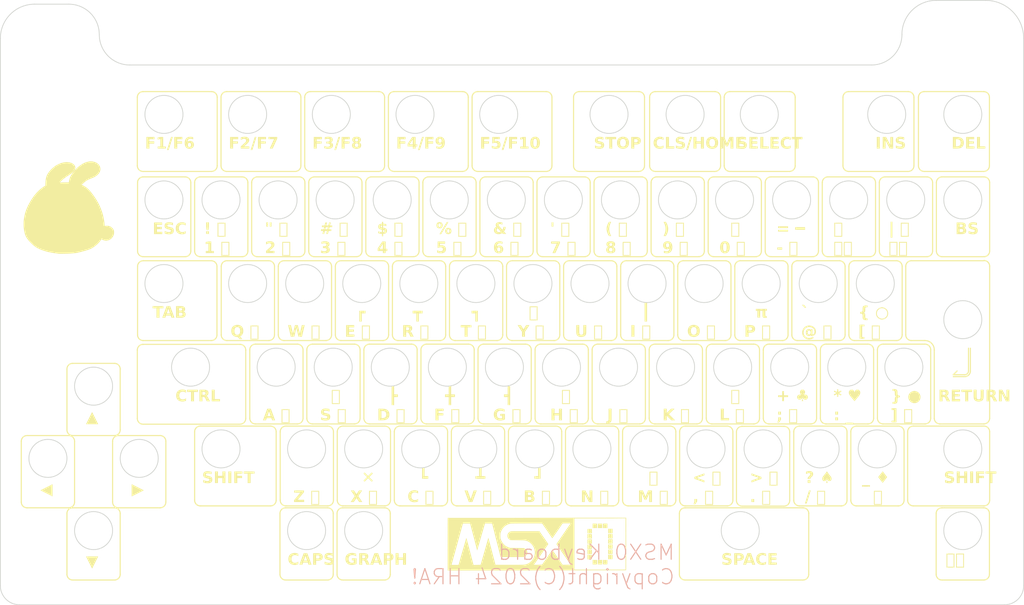
<source format=kicad_pcb>
(kicad_pcb (version 20221018) (generator pcbnew)
  (layers (0 "F.Cu" signal) (31 "B.Cu" signal) (34 "B.Paste" user) (35 "F.Paste" user) (36 "B.SilkS" user "B.Silkscreen") (37 "F.SilkS" user "F.Silkscreen") (38 "B.Mask" user) (39 "F.Mask" user) (44 "Edge.Cuts" user))
  (net 0 "")
  (footprint "MountingHole:MountingHole_3.2mm_M3" (layer "F.Cu") (at 180 100.5)
    (fp_text reference "HOLE5" hide)
    (fp_text value "MountingHole_3.2mm_M3" hide)
    (pad "" np_thru_hole circle (at 0 0) (size 3.2 3.2) (drill 3.2) (layers "F&B.Cu" "*.Mask"))
  )
  (footprint "0-My_Parts:MSX0_logo_30mm" (layer "F.Cu") (at 120.5 166.75)
    (fp_text reference "G***" hide)
    (fp_text value "LOGO" hide)
  )
  (footprint "MountingHole:MountingHole_3.2mm_M3" (layer "F.Cu") (at 55.5 100.5)
    (fp_text reference "HOLE4" hide)
    (fp_text value "MountingHole_3.2mm_M3" hide)
    (pad "" np_thru_hole circle (at 0 0) (size 3.2 3.2) (drill 3.2) (layers "F&B.Cu" "*.Mask"))
  )
  (footprint "0-My_Parts:usa_black_20x14" (layer "F.Cu") (at 60.120177 122.056457)
    (fp_text reference "G***" hide)
    (fp_text value "LOGO" hide)
  )
  (footprint "MountingHole:MountingHole_3.2mm_M3" (layer "F.Cu") (at 162 168.5)
    (fp_text reference "HOLE3" hide)
    (fp_text value "MountingHole_3.2mm_M3" hide)
    (pad "" np_thru_hole circle (at 0 0) (size 3.2 3.2) (drill 3.2) (layers "F&B.Cu" "*.Mask"))
  )
  (footprint "MountingHole:MountingHole_3.2mm_M3" (layer "F.Cu") (at 77 168.5)
    (fp_text reference "HOLE2" hide)
    (fp_text value "MountingHole_3.2mm_M3" hide)
    (pad "" np_thru_hole circle (at 0 0) (size 3.2 3.2) (drill 3.2) (layers "F&B.Cu" "*.Mask"))
  )
  (gr_arc (start 110.28033 139.75) (mid 109.75 139.53033) (end 109.53033 139) (stroke (width 0.15)) (layer "F.SilkS"))
  (gr_line (start 94.75 162.5) (end 94.75 170.5) (stroke (width 0.15)) (layer "F.SilkS"))
  (gr_arc (start 88 171.25) (mid 87.46967 171.03033) (end 87.25 170.5) (stroke (width 0.15)) (layer "F.SilkS"))
  (gr_arc (start 136.53033 150.71967) (mid 136 150.5) (end 135.78033 149.96967) (stroke (width 0.15)) (layer "F.SilkS"))
  (gr_arc (start 177.75 143.75) (mid 177.603553 144.103553) (end 177.25 144.25) (stroke (width 0.15)) (layer "F.SilkS"))
  (gr_arc (start 97.28033 118.21967) (mid 97.81066 118.43934) (end 98.03033 118.96967) (stroke (width 0.15)) (layer "F.SilkS"))
  (gr_arc (start 138.53033 151) (mid 139.06066 151.21967) (end 139.28033 151.75) (stroke (width 0.15)) (layer "F.SilkS"))
  (gr_arc (start 91.78033 128.71967) (mid 91.25 128.5) (end 91.03033 127.96967) (stroke (width 0.15)) (layer "F.SilkS"))
  (gr_line (start 132.78033 129.25) (end 138.28033 129.25) (stroke (width 0.15)) (layer "F.SilkS"))
  (gr_arc (start 106.53033 150.71967) (mid 106 150.5) (end 105.78033 149.96967) (stroke (width 0.15)) (layer "F.SilkS"))
  (gr_arc (start 159.03033 150.71967) (mid 158.5 150.5) (end 158.28033 149.96967) (stroke (width 0.15)) (layer "F.SilkS"))
  (gr_line (start 69.28033 128.71967) (end 74.78033 128.71967) (stroke (width 0.15)) (layer "F.SilkS"))
  (gr_arc (start 66.25 151.5) (mid 66.03033 152.03033) (end 65.5 152.25) (stroke (width 0.15)) (layer "F.SilkS"))
  (gr_arc (start 124.03033 139) (mid 123.81066 139.53033) (end 123.28033 139.75) (stroke (width 0.15)) (layer "F.SilkS"))
  (gr_line (start 69.25 117.5) (end 78.25 117.5) (stroke (width 0.15)) (layer "F.SilkS"))
  (gr_line (start 151.78033 118.21967) (end 157.28033 118.21967) (stroke (width 0.15)) (layer "F.SilkS"))
  (gr_line (start 84.03033 140.21967) (end 89.53033 140.21967) (stroke (width 0.15)) (layer "F.SilkS"))
  (gr_arc (start 161.03033 151) (mid 161.56066 151.21967) (end 161.78033 151.75) (stroke (width 0.15)) (layer "F.SilkS"))
  (gr_line (start 98.28033 140.96967) (end 98.28033 149.96967) (stroke (width 0.15)) (layer "F.SilkS"))
  (gr_arc (start 140.5 171.25) (mid 139.96967 171.03033) (end 139.75 170.5) (stroke (width 0.15)) (layer "F.SilkS"))
  (gr_line (start 88.03033 151) (end 93.53033 151) (stroke (width 0.15)) (layer "F.SilkS"))
  (gr_line (start 124.03033 130) (end 124.03033 139) (stroke (width 0.15)) (layer "F.SilkS"))
  (gr_line (start 166.78033 128.71967) (end 172.28033 128.71967) (stroke (width 0.15)) (layer "F.SilkS"))
  (gr_arc (start 94.78033 151.75) (mid 95 151.21967) (end 95.53033 151) (stroke (width 0.15)) (layer "F.SilkS"))
  (gr_line (start 106.03033 118.96967) (end 106.03033 127.96967) (stroke (width 0.15)) (layer "F.SilkS"))
  (gr_arc (start 87.78033 139.75) (mid 87.25 139.53033) (end 87.03033 139) (stroke (width 0.15)) (layer "F.SilkS"))
  (gr_arc (start 171.920492 117.5) (mid 171.390162 117.28033) (end 171.170492 116.75) (stroke (width 0.15)) (layer "F.SilkS"))
  (gr_line (start 99.28033 118.21967) (end 104.78033 118.21967) (stroke (width 0.15)) (layer "F.SilkS"))
  (gr_line (start 144.28033 128.71967) (end 149.78033 128.71967) (stroke (width 0.15)) (layer "F.SilkS"))
  (gr_arc (start 139.75 162.5) (mid 139.96967 161.96967) (end 140.5 161.75) (stroke (width 0.15)) (layer "F.SilkS"))
  (gr_arc (start 82.28033 118.21967) (mid 82.81066 118.43934) (end 83.03033 118.96967) (stroke (width 0.15)) (layer "F.SilkS"))
  (gr_arc (start 155.53033 161.5) (mid 155 161.28033) (end 154.78033 160.75) (stroke (width 0.15)) (layer "F.SilkS"))
  (gr_line (start 121.78033 118.21967) (end 127.28033 118.21967) (stroke (width 0.15)) (layer "F.SilkS"))
  (gr_line (start 159.03033 150.71967) (end 164.53033 150.71967) (stroke (width 0.15)) (layer "F.SilkS"))
  (gr_arc (start 129.03033 150.71967) (mid 128.5 150.5) (end 128.28033 149.96967) (stroke (width 0.15)) (layer "F.SilkS"))
  (gr_arc (start 118.03033 161.5) (mid 117.5 161.28033) (end 117.28033 160.75) (stroke (width 0.15)) (layer "F.SilkS"))
  (gr_line (start 151.53033 140.21967) (end 157.03033 140.21967) (stroke (width 0.15)) (layer "F.SilkS"))
  (gr_arc (start 112 116.75) (mid 111.78033 117.28033) (end 111.25 117.5) (stroke (width 0.15)) (layer "F.SilkS"))
  (gr_arc (start 127.28033 118.21967) (mid 127.81066 118.43934) (end 128.03033 118.96967) (stroke (width 0.15)) (layer "F.SilkS"))
  (gr_arc (start 91.25 117.5) (mid 90.71967 117.28033) (end 90.5 116.75) (stroke (width 0.15)) (layer "F.SilkS"))
  (gr_line (start 140.53033 151) (end 146.03033 151) (stroke (width 0.15)) (layer "F.SilkS"))
  (gr_arc (start 180.5 170.5) (mid 180.28033 171.03033) (end 179.75 171.25) (stroke (width 0.15)) (layer "F.SilkS"))
  (gr_arc (start 179.78033 129.21967) (mid 180.31066 129.43934) (end 180.53033 129.96967) (stroke (width 0.15)) (layer "F.SilkS"))
  (gr_line (start 139.78033 151.75) (end 139.78033 160.75) (stroke (width 0.15)) (layer "F.SilkS"))
  (gr_arc (start 113.53033 118.96967) (mid 113.75 118.43934) (end 114.28033 118.21967) (stroke (width 0.15)) (layer "F.SilkS"))
  (gr_line (start 106.53033 140.21967) (end 112.03033 140.21967) (stroke (width 0.15)) (layer "F.SilkS"))
  (gr_arc (start 179.75 107) (mid 180.280325 107.219673) (end 180.5 107.75) (stroke (width 0.15)) (layer "F.SilkS"))
  (gr_arc (start 85.78033 129.25) (mid 86.31066 129.46967) (end 86.53033 130) (stroke (width 0.15)) (layer "F.SilkS"))
  (gr_line (start 91.03033 118.96967) (end 91.03033 127.96967) (stroke (width 0.15)) (layer "F.SilkS"))
  (gr_arc (start 120.28033 149.96967) (mid 120.06066 150.5) (end 119.53033 150.71967) (stroke (width 0.15)) (layer "F.SilkS"))
  (gr_line (start 118.03033 161.5) (end 123.53033 161.5) (stroke (width 0.15)) (layer "F.SilkS"))
  (gr_line (start 68.53033 130) (end 68.53033 139) (stroke (width 0.15)) (layer "F.SilkS"))
  (gr_line (start 147.78033 139.75) (end 153.28033 139.75) (stroke (width 0.15)) (layer "F.SilkS"))
  (gr_arc (start 76.03033 118.96967) (mid 76.25 118.43934) (end 76.78033 118.21967) (stroke (width 0.15)) (layer "F.SilkS"))
  (gr_line (start 155.53033 151) (end 161.03033 151) (stroke (width 0.15)) (layer "F.SilkS"))
  (gr_line (start 169.75 151.75) (end 169.75 160.75) (stroke (width 0.15)) (layer "F.SilkS"))
  (gr_line (start 177.25 144.25) (end 175.75 144.25) (stroke (width 0.15)) (layer "F.SilkS"))
  (gr_line (start 131.53033 130) (end 131.53033 139) (stroke (width 0.15)) (layer "F.SilkS"))
  (gr_line (start 171.920492 117.5) (end 179.75 117.5) (stroke (width 0.15)) (layer "F.SilkS"))
  (gr_line (start 69.28033 118.21967) (end 74.78033 118.21967) (stroke (width 0.15)) (layer "F.SilkS"))
  (gr_arc (start 112.28033 118.21967) (mid 112.81066 118.43934) (end 113.03033 118.96967) (stroke (width 0.15)) (layer "F.SilkS"))
  (gr_arc (start 112.78033 149.96967) (mid 112.56066 150.5) (end 112.03033 150.71967) (stroke (width 0.15)) (layer "F.SilkS"))
  (gr_line (start 68.5 141) (end 68.5 150) (stroke (width 0.15)) (layer "F.SilkS"))
  (gr_line (start 95.53033 161.5) (end 101.03033 161.5) (stroke (width 0.15)) (layer "F.SilkS"))
  (gr_line (start 161.78033 151.75) (end 161.78033 160.75) (stroke (width 0.15)) (layer "F.SilkS"))
  (gr_arc (start 108.28033 129.25) (mid 108.81066 129.46967) (end 109.03033 130) (stroke (width 0.15)) (layer "F.SilkS"))
  (gr_arc (start 158.53033 118.96967) (mid 158.75 118.43934) (end 159.28033 118.21967) (stroke (width 0.15)) (layer "F.SilkS"))
  (gr_line (start 94.28033 151.75) (end 94.28033 160.75) (stroke (width 0.15)) (layer "F.SilkS"))
  (gr_arc (start 117.78033 139.75) (mid 117.25 139.53033) (end 117.03033 139) (stroke (width 0.15)) (layer "F.SilkS"))
  (gr_line (start 125.28033 129.25) (end 130.78033 129.25) (stroke (width 0.15)) (layer "F.SilkS"))
  (gr_arc (start 154.03033 139) (mid 153.81066 139.53033) (end 153.28033 139.75) (stroke (width 0.15)) (layer "F.SilkS"))
  (gr_arc (start 69.28033 128.71967) (mid 68.75 128.5) (end 68.53033 127.96967) (stroke (width 0.15)) (layer "F.SilkS"))
  (gr_arc (start 134.414754 107) (mid 134.945079 107.219673) (end 135.164754 107.75) (stroke (width 0.15)) (layer "F.SilkS"))
  (gr_line (start 83.28033 140.96967) (end 83.28033 149.96967) (stroke (width 0.15)) (layer "F.SilkS"))
  (gr_arc (start 171.170492 107.75) (mid 171.390162 107.21967) (end 171.920492 107) (stroke (width 0.15)) (layer "F.SilkS"))
  (gr_arc (start 157.28033 118.21967) (mid 157.81066 118.43934) (end 158.03033 118.96967) (stroke (width 0.15)) (layer "F.SilkS"))
  (gr_line (start 151.78033 128.71967) (end 157.28033 128.71967) (stroke (width 0.15)) (layer "F.SilkS"))
  (gr_line (start 139.28033 151.75) (end 139.28033 160.75) (stroke (width 0.15)) (layer "F.SilkS"))
  (gr_line (start 124.78033 151.75) (end 124.78033 160.75) (stroke (width 0.15)) (layer "F.SilkS"))
  (gr_line (start 95.28033 139.75) (end 100.78033 139.75) (stroke (width 0.15)) (layer "F.SilkS"))
  (gr_arc (start 173.53033 118.96967) (mid 173.75 118.43934) (end 174.28033 118.21967) (stroke (width 0.15)) (layer "F.SilkS"))
  (gr_line (start 170.25 139.75) (end 172 139.75) (stroke (width 0.15)) (layer "F.SilkS"))
  (gr_arc (start 108.53033 151) (mid 109.06066 151.21967) (end 109.28033 151.75) (stroke (width 0.15)) (layer "F.SilkS"))
  (gr_line (start 97.78033 140.96967) (end 97.78033 149.96967) (stroke (width 0.15)) (layer "F.SilkS"))
  (gr_line (start 94.53033 130) (end 94.53033 139) (stroke (width 0.15)) (layer "F.SilkS"))
  (gr_arc (start 155.28033 139.75) (mid 154.75 139.53033) (end 154.53033 139) (stroke (width 0.15)) (layer "F.SilkS"))
  (gr_line (start 84.03033 150.71967) (end 89.53033 150.71967) (stroke (width 0.15)) (layer "F.SilkS"))
  (gr_arc (start 102.28033 151.75) (mid 102.5 151.21967) (end 103.03033 151) (stroke (width 0.15)) (layer "F.SilkS"))
  (gr_arc (start 80.25 117.5) (mid 79.71967 117.28033) (end 79.5 116.75) (stroke (width 0.15)) (layer "F.SilkS"))
  (gr_arc (start 90.5 107.75) (mid 90.71967 107.21967) (end 91.25 107) (stroke (width 0.15)) (layer "F.SilkS"))
  (gr_line (start 69.25 140.25) (end 82 140.25) (stroke (width 0.15)) (layer "F.SilkS"))
  (gr_arc (start 68.53033 130) (mid 68.75 129.46967) (end 69.28033 129.25) (stroke (width 0.15)) (layer "F.SilkS"))
  (gr_arc (start 168.53033 151) (mid 169.06066 151.21967) (end 169.28033 151.75) (stroke (width 0.15)) (layer "F.SilkS"))
  (gr_line (start 145.640165 107.75) (end 145.640165 116.75) (stroke (width 0.15)) (layer "F.SilkS"))
  (gr_arc (start 174 150.71967) (mid 173.46967 150.5) (end 173.25 149.96967) (stroke (width 0.15)) (layer "F.SilkS"))
  (gr_arc (start 112.03033 140.21967) (mid 112.56066 140.43934) (end 112.78033 140.96967) (stroke (width 0.15)) (layer "F.SilkS"))
  (gr_arc (start 101.75 170.5) (mid 101.53033 171.03033) (end 101 171.25) (stroke (width 0.15)) (layer "F.SilkS"))
  (gr_line (start 169.5 130) (end 169.5 139) (stroke (width 0.15)) (layer "F.SilkS"))
  (gr_line (start 162.78033 139.75) (end 168.28033 139.75) (stroke (width 0.15)) (layer "F.SilkS"))
  (gr_arc (start 83.53033 118.96967) (mid 83.75 118.43934) (end 84.28033 118.21967) (stroke (width 0.15)) (layer "F.SilkS"))
  (gr_line (start 121.03033 118.96967) (end 121.03033 127.96967) (stroke (width 0.15)) (layer "F.SilkS"))
  (gr_arc (start 146.390165 117.5) (mid 145.859835 117.28033) (end 145.640165 116.75) (stroke (width 0.15)) (layer "F.SilkS"))
  (gr_arc (start 145.78033 129.25) (mid 146.31066 129.46967) (end 146.53033 130) (stroke (width 0.15)) (layer "F.SilkS"))
  (gr_line (start 132.28033 151.75) (end 132.28033 160.75) (stroke (width 0.15)) (layer "F.SilkS"))
  (gr_arc (start 143.03033 127.96967) (mid 142.81066 128.5) (end 142.28033 128.71967) (stroke (width 0.15)) (layer "F.SilkS"))
  (gr_arc (start 59.25 143.5) (mid 59.46967 142.96967) (end 60 142.75) (stroke (width 0.15)) (layer "F.SilkS"))
  (gr_line (start 140.5 161.75) (end 156 161.75) (stroke (width 0.15)) (layer "F.SilkS"))
  (gr_arc (start 116.53033 139) (mid 116.31066 139.53033) (end 115.78033 139.75) (stroke (width 0.15)) (layer "F.SilkS"))
  (gr_arc (start 178 143.75) (mid 177.78033 144.28033) (end 177.25 144.5) (stroke (width 0.15)) (layer "F.SilkS"))
  (gr_arc (start 113.25 117.5) (mid 112.71967 117.28033) (end 112.5 116.75) (stroke (width 0.15)) (layer "F.SilkS"))
  (gr_arc (start 154.25 160.78033) (mid 154.03033 161.31066) (end 153.5 161.53033) (stroke (width 0.15)) (layer "F.SilkS"))
  (gr_arc (start 98.53033 118.96967) (mid 98.75 118.43934) (end 99.28033 118.21967) (stroke (width 0.15)) (layer "F.SilkS"))
  (gr_arc (start 149.78033 118.21967) (mid 150.31066 118.43934) (end 150.53033 118.96967) (stroke (width 0.15)) (layer "F.SilkS"))
  (gr_line (start 157.78033 140.96967) (end 157.78033 149.96967) (stroke (width 0.15)) (layer "F.SilkS"))
  (gr_line (start 162 107) (end 169.829508 107) (stroke (width 0.15)) (layer "F.SilkS"))
  (gr_line (start 79.53033 130) (end 79.53033 139) (stroke (width 0.15)) (layer "F.SilkS"))
  (gr_arc (start 83.28033 140.96967) (mid 83.5 140.43934) (end 84.03033 140.21967) (stroke (width 0.15)) (layer "F.SilkS"))
  (gr_arc (start 87.25 162.5) (mid 87.46967 161.96967) (end 88 161.75) (stroke (width 0.15)) (layer "F.SilkS"))
  (gr_line (start 140.5 171.25) (end 156 171.25) (stroke (width 0.15)) (layer "F.SilkS"))
  (gr_arc (start 146.03033 151) (mid 146.56066 151.21967) (end 146.78033 151.75) (stroke (width 0.15)) (layer "F.SilkS"))
  (gr_arc (start 127.78033 149.96967) (mid 127.56066 150.5) (end 127.03033 150.71967) (stroke (width 0.15)) (layer "F.SilkS"))
  (gr_line (start 162 117.5) (end 169.829508 117.5) (stroke (width 0.15)) (layer "F.SilkS"))
  (gr_arc (start 84.28033 128.71967) (mid 83.75 128.5) (end 83.53033 127.96967) (stroke (width 0.15)) (layer "F.SilkS"))
  (gr_line (start 94.78033 151.75) (end 94.78033 160.75) (stroke (width 0.15)) (layer "F.SilkS"))
  (gr_line (start 68.53033 118.96967) (end 68.53033 127.96967) (stroke (width 0.15)) (layer "F.SilkS"))
  (gr_line (start 135.835246 107.75) (end 135.835246 116.75) (stroke (width 0.15)) (layer "F.SilkS"))
  (gr_arc (start 161.53033 139) (mid 161.31066 139.53033) (end 160.78033 139.75) (stroke (width 0.15)) (layer "F.SilkS"))
  (gr_arc (start 148 161.53033) (mid 147.46967 161.31066) (end 147.25 160.78033) (stroke (width 0.15)) (layer "F.SilkS"))
  (gr_line (start 78.96967 130) (end 78.96967 139) (stroke (width 0.15)) (layer "F.SilkS"))
  (gr_line (start 79.5 107.75) (end 79.5 116.75) (stroke (width 0.15)) (layer "F.SilkS"))
  (gr_arc (start 125.28033 139.75) (mid 124.75 139.53033) (end 124.53033 139) (stroke (width 0.15)) (layer "F.SilkS"))
  (gr_line (start 113.03033 118.96967) (end 113.03033 127.96967) (stroke (width 0.15)) (layer "F.SilkS"))
  (gr_line (start 105.78033 140.96967) (end 105.78033 149.96967) (stroke (width 0.15)) (layer "F.SilkS"))
  (gr_line (start 72.25 153) (end 72.25 161) (stroke (width 0.15)) (layer "F.SilkS"))
  (gr_arc (start 156 161.75) (mid 156.53033 161.96967) (end 156.75 162.5) (stroke (width 0.15)) (layer "F.SilkS"))
  (gr_arc (start 128.53033 118.96967) (mid 128.75 118.43934) (end 129.28033 118.21967) (stroke (width 0.15)) (layer "F.SilkS"))
  (gr_line (start 136.585246 117.5) (end 144.414754 117.5) (stroke (width 0.15)) (layer "F.SilkS"))
  (gr_line (start 69.28033 139.75) (end 78.21967 139.75) (stroke (width 0.15)) (layer "F.SilkS"))
  (gr_arc (start 170.579508 116.75) (mid 170.359839 117.280333) (end 169.829508 117.5) (stroke (width 0.15)) (layer "F.SilkS"))
  (gr_line (start 102.25 117.5) (end 111.25 117.5) (stroke (width 0.15)) (layer "F.SilkS"))
  (gr_arc (start 120.53033 127.96967) (mid 120.31066 128.5) (end 119.78033 128.71967) (stroke (width 0.15)) (layer "F.SilkS"))
  (gr_arc (start 68.5 107.75) (mid 68.71967 107.21967) (end 69.25 107) (stroke (width 0.15)) (layer "F.SilkS"))
  (gr_arc (start 109.03033 139) (mid 108.81066 139.53033) (end 108.28033 139.75) (stroke (width 0.15)) (layer "F.SilkS"))
  (gr_arc (start 158.28033 140.96967) (mid 158.5 140.43934) (end 159.03033 140.21967) (stroke (width 0.15)) (layer "F.SilkS"))
  (gr_arc (start 116.78033 160.75) (mid 116.56066 161.28033) (end 116.03033 161.5) (stroke (width 0.15)) (layer "F.SilkS"))
  (gr_line (start 125.835246 107.75) (end 125.835246 116.75) (stroke (width 0.15)) (layer "F.SilkS"))
  (gr_arc (start 136.03033 118.96967) (mid 136.25 118.43934) (end 136.78033 118.21967) (stroke (width 0.15)) (layer "F.SilkS"))
  (gr_line (start 103.03033 151) (end 108.53033 151) (stroke (width 0.15)) (layer "F.SilkS"))
  (gr_arc (start 78.96967 139) (mid 78.75 139.53033) (end 78.21967 139.75) (stroke (width 0.15)) (layer "F.SilkS"))
  (gr_arc (start 101.78033 160.75) (mid 101.56066 161.28033) (end 101.03033 161.5) (stroke (width 0.15)) (layer "F.SilkS"))
  (gr_line (start 177.25 144.5) (end 175.75 144.5) (stroke (width 0.15)) (layer "F.SilkS"))
  (gr_arc (start 76.78033 161.5) (mid 76.25 161.28033) (end 76.03033 160.75) (stroke (width 0.15)) (layer "F.SilkS"))
  (gr_arc (start 83.03033 127.96967) (mid 82.81066 128.5) (end 82.28033 128.71967) (stroke (width 0.15)) (layer "F.SilkS"))
  (gr_line (start 139.53033 130) (end 139.53033 139) (stroke (width 0.15)) (layer "F.SilkS"))
  (gr_line (start 80.28033 139.75) (end 85.78033 139.75) (stroke (width 0.15)) (layer "F.SilkS"))
  (gr_arc (start 102.78033 139.75) (mid 102.25 139.53033) (end 102.03033 139) (stroke (width 0.15)) (layer "F.SilkS"))
  (gr_arc (start 151.78033 128.71967) (mid 151.25 128.5) (end 151.03033 127.96967) (stroke (width 0.15)) (layer "F.SilkS"))
  (gr_line (start 69.28033 129.25) (end 78.21967 129.25) (stroke (width 0.15)) (layer "F.SilkS"))
  (gr_arc (start 95.28033 139.75) (mid 94.75 139.53033) (end 94.53033 139) (stroke (width 0.15)) (layer "F.SilkS"))
  (gr_line (start 174.28033 118.21967) (end 179.78033 118.21967) (stroke (width 0.15)) (layer "F.SilkS"))
  (gr_line (start 88 161.75) (end 93.5 161.75) (stroke (width 0.15)) (layer "F.SilkS"))
  (gr_line (start 76.78033 118.21967) (end 82.28033 118.21967) (stroke (width 0.15)) (layer "F.SilkS"))
  (gr_arc (start 101.5 107.75) (mid 101.71967 107.21967) (end 102.25 107) (stroke (width 0.15)) (layer "F.SilkS"))
  (gr_arc (start 90.78033 140.96967) (mid 91 140.43934) (end 91.53033 140.21967) (stroke (width 0.15)) (layer "F.SilkS"))
  (gr_arc (start 121.03033 118.96967) (mid 121.25 118.43934) (end 121.78033 118.21967) (stroke (width 0.15)) (layer "F.SilkS"))
  (gr_line (start 170.25 129.25) (end 179.78033 129.25) (stroke (width 0.15)) (layer "F.SilkS"))
  (gr_arc (start 78.25 107) (mid 78.78033 107.21967) (end 79 107.75) (stroke (width 0.15)) (layer "F.SilkS"))
  (gr_line (start 173.5 162.5) (end 173.5 170.5) (stroke (width 0.15)) (layer "F.SilkS"))
  (gr_arc (start 99.03033 150.71967) (mid 98.5 150.5) (end 98.28033 149.96967) (stroke (width 0.15)) (layer "F.SilkS"))
  (gr_line (start 102.78033 139.75) (end 108.28033 139.75) (stroke (width 0.15)) (layer "F.SilkS"))
  (gr_arc (start 139.78033 151.75) (mid 140 151.21967) (end 140.53033 151) (stroke (width 0.15)) (layer "F.SilkS"))
  (gr_arc (start 114.03033 150.71967) (mid 113.5 150.5) (end 113.28033 149.96967) (stroke (width 0.15)) (layer "F.SilkS"))
  (gr_line (start 126.585246 117.5) (end 134.414754 117.5) (stroke (width 0.15)) (layer "F.SilkS"))
  (gr_line (start 109.03033 130) (end 109.03033 139) (stroke (width 0.15)) (layer "F.SilkS"))
  (gr_arc (start 179.75 161.75) (mid 180.28033 161.96967) (end 180.5 162.5) (stroke (width 0.15)) (layer "F.SilkS"))
  (gr_arc (start 144.03033 150.71967) (mid 143.5 150.5) (end 143.28033 149.96967) (stroke (width 0.15)) (layer "F.SilkS"))
  (gr_line (start 136.03033 118.96967) (end 136.03033 127.96967) (stroke (width 0.15)) (layer "F.SilkS"))
  (gr_arc (start 173.03033 127.96967) (mid 172.81066 128.5) (end 172.28033 128.71967) (stroke (width 0.15)) (layer "F.SilkS"))
  (gr_line (start 116.53033 130) (end 116.53033 139) (stroke (width 0.15)) (layer "F.SilkS"))
  (gr_arc (start 179.78033 118.21967) (mid 180.31066 118.43934) (end 180.53033 118.96967) (stroke (width 0.15)) (layer "F.SilkS"))
  (gr_line (start 99.03033 140.21967) (end 104.53033 140.21967) (stroke (width 0.15)) (layer "F.SilkS"))
  (gr_line (start 173.03033 118.96967) (end 173.03033 127.96967) (stroke (width 0.15)) (layer "F.SilkS"))
  (gr_arc (start 101.03033 151) (mid 101.56066 151.21967) (end 101.78033 151.75) (stroke (width 0.15)) (layer "F.SilkS"))
  (gr_line (start 158.28033 140.96967) (end 158.28033 149.96967) (stroke (width 0.15)) (layer "F.SilkS"))
  (gr_line (start 161.25 107.75) (end 161.25 116.75) (stroke (width 0.15)) (layer "F.SilkS"))
  (gr_arc (start 147.03033 130) (mid 147.25 129.46967) (end 147.78033 129.25) (stroke (width 0.15)) (layer "F.SilkS"))
  (gr_line (start 129.28033 128.71967) (end 134.78033 128.71967) (stroke (width 0.15)) (layer "F.SilkS"))
  (gr_line (start 154.03033 130) (end 154.03033 139) (stroke (width 0.15)) (layer "F.SilkS"))
  (gr_line (start 106.78033 118.21967) (end 112.28033 118.21967) (stroke (width 0.15)) (layer "F.SilkS"))
  (gr_arc (start 65.5 161.75) (mid 66.03033 161.96967) (end 66.25 162.5) (stroke (width 0.15)) (layer "F.SilkS"))
  (gr_line (start 166.53033 140.21967) (end 172.03033 140.21967) (stroke (width 0.15)) (layer "F.SilkS"))
  (gr_line (start 143.28033 140.96967) (end 143.28033 149.96967) (stroke (width 0.15)) (layer "F.SilkS"))
  (gr_line (start 98.53033 118.96967) (end 98.53033 127.96967) (stroke (width 0.15)) (layer "F.SilkS"))
  (gr_line (start 150.28033 140.96967) (end 150.28033 149.96967) (stroke (width 0.15)) (layer "F.SilkS"))
  (gr_line (start 127.78033 140.96967) (end 127.78033 149.96967) (stroke (width 0.15)) (layer "F.SilkS"))
  (gr_arc (start 139.03033 139) (mid 138.81066 139.53033) (end 138.28033 139.75) (stroke (width 0.15)) (layer "F.SilkS"))
  (gr_line (start 112 107.75) (end 112 116.75) (stroke (width 0.15)) (layer "F.SilkS"))
  (gr_line (start 123 107.75) (end 123 116.75) (stroke (width 0.15)) (layer "F.SilkS"))
  (gr_line (start 166.03033 118.96967) (end 166.03033 127.96967) (stroke (width 0.15)) (layer "F.SilkS"))
  (gr_arc (start 65.5 142.75) (mid 66.03033 142.96967) (end 66.25 143.5) (stroke (width 0.15)) (layer "F.SilkS"))
  (gr_arc (start 104.53033 140.21967) (mid 105.06066 140.43934) (end 105.28033 140.96967) (stroke (width 0.15)) (layer "F.SilkS"))
  (gr_arc (start 160.78033 129.25) (mid 161.31066 129.46967) (end 161.53033 130) (stroke (width 0.15)) (layer "F.SilkS"))
  (gr_line (start 143.53033 118.96967) (end 143.53033 127.96967) (stroke (width 0.15)) (layer "F.SilkS"))
  (gr_line (start 109.78033 151.75) (end 109.78033 160.75) (stroke (width 0.15)) (layer "F.SilkS"))
  (gr_arc (start 71.5 152.25) (mid 72.03033 152.46967) (end 72.25 153) (stroke (width 0.15)) (layer "F.SilkS"))
  (gr_arc (start 128.28033 140.96967) (mid 128.5 140.43934) (end 129.03033 140.21967) (stroke (width 0.15)) (layer "F.SilkS"))
  (gr_line (start 116.78033 151.75) (end 116.78033 160.75) (stroke (width 0.15)) (layer "F.SilkS"))
  (gr_arc (start 157.03033 140.21967) (mid 157.56066 140.43934) (end 157.78033 140.96967) (stroke (width 0.15)) (layer "F.SilkS"))
  (gr_line (start 135.28033 140.96967) (end 135.28033 149.96967) (stroke (width 0.15)) (layer "F.SilkS"))
  (gr_arc (start 149.53033 140.21967) (mid 150.06066 140.43934) (end 150.28033 140.96967) (stroke (width 0.15)) (layer "F.SilkS"))
  (gr_arc (start 170.25 139.75) (mid 169.71967 139.53033) (end 169.5 139) (stroke (width 0.15)) (layer "F.SilkS"))
  (gr_line (start 60.25 153) (end 60.25 161) (stroke (width 0.15)) (layer "F.SilkS"))
  (gr_line (start 98.03033 118.96967) (end 98.03033 127.96967) (stroke (width 0.15)) (layer "F.SilkS"))
  (gr_line (start 173.25 141) (end 173.25 150) (stroke (width 0.15)) (layer "F.SilkS"))
  (gr_line (start 162.03033 130) (end 162.03033 139) (stroke (width 0.15)) (layer "F.SilkS"))
  (gr_arc (start 144.414754 107) (mid 144.945079 107.219673) (end 145.164754 107.75) (stroke (width 0.15)) (layer "F.SilkS"))
  (gr_arc (start 146.78033 160.75) (mid 146.56066 161.28033) (end 146.03033 161.5) (stroke (width 0.15)) (layer "F.SilkS"))
  (gr_line (start 124.28033 151.75) (end 124.28033 160.75) (stroke (width 0.15)) (layer "F.SilkS"))
  (gr_line (start 87.78033 139.75) (end 93.28033 139.75) (stroke (width 0.15)) (layer "F.SilkS"))
  (gr_arc (start 109.53033 130) (mid 109.75 129.46967) (end 110.28033 129.25) (stroke (width 0.15)) (layer "F.SilkS"))
  (gr_line (start 101.78033 151.75) (end 101.78033 160.75) (stroke (width 0.15)) (layer "F.SilkS"))
  (gr_arc (start 150.78033 140.96967) (mid 151 140.43934) (end 151.53033 140.21967) (stroke (width 0.15)) (layer "F.SilkS"))
  (gr_line (start 112.5 107.75) (end 112.5 116.75) (stroke (width 0.15)) (layer "F.SilkS"))
  (gr_line (start 53.25 153) (end 53.25 161) (stroke (width 0.15)) (layer "F.SilkS"))
  (gr_line (start 120.53033 118.96967) (end 120.53033 127.96967) (stroke (width 0.15)) (layer "F.SilkS"))
  (gr_arc (start 166.53033 150.71967) (mid 166 150.5) (end 165.78033 149.96967) (stroke (width 0.15)) (layer "F.SilkS"))
  (gr_line (start 125.53033 151) (end 131.03033 151) (stroke (width 0.15)) (layer "F.SilkS"))
  (gr_line (start 105.28033 140.96967) (end 105.28033 149.96967) (stroke (width 0.15)) (layer "F.SilkS"))
  (gr_arc (start 169.75 151.75) (mid 169.96967 151.21967) (end 170.5 151) (stroke (width 0.15)) (layer "F.SilkS"))
  (gr_line (start 166.53033 150.71967) (end 172.03033 150.71967) (stroke (width 0.15)) (layer "F.SilkS"))
  (gr_arc (start 144.28033 128.71967) (mid 143.75 128.5) (end 143.53033 127.96967) (stroke (width 0.15)) (layer "F.SilkS"))
  (gr_arc (start 105.28033 149.96967) (mid 105.06066 150.5) (end 104.53033 150.71967) (stroke (width 0.15)) (layer "F.SilkS"))
  (gr_line (start 133.03033 161.5) (end 138.53033 161.5) (stroke (width 0.15)) (layer "F.SilkS"))
  (gr_line (start 94.25 162.5) (end 94.25 170.5) (stroke (width 0.15)) (layer "F.SilkS"))
  (gr_line (start 151.53033 150.71967) (end 157.03033 150.71967) (stroke (width 0.15)) (layer "F.SilkS"))
  (gr_line (start 148 161.53033) (end 153.5 161.53033) (stroke (width 0.15)) (layer "F.SilkS"))
  (gr_arc (start 78.21967 129.25) (mid 78.75 129.46967) (end 78.96967 130) (stroke (width 0.15)) (layer "F.SilkS"))
  (gr_arc (start 130.78033 129.25) (mid 131.31066 129.46967) (end 131.53033 130) (stroke (width 0.15)) (layer "F.SilkS"))
  (gr_arc (start 120.78033 140.96967) (mid 121 140.43934) (end 121.53033 140.21967) (stroke (width 0.15)) (layer "F.SilkS"))
  (gr_arc (start 97.03033 140.21967) (mid 97.56066 140.43934) (end 97.78033 140.96967) (stroke (width 0.15)) (layer "F.SilkS"))
  (gr_line (start 121.78033 128.71967) (end 127.28033 128.71967) (stroke (width 0.15)) (layer "F.SilkS"))
  (gr_arc (start 135.53033 127.96967) (mid 135.31066 128.5) (end 134.78033 128.71967) (stroke (width 0.15)) (layer "F.SilkS"))
  (gr_line (start 91.53033 150.71967) (end 97.03033 150.71967) (stroke (width 0.15)) (layer "F.SilkS"))
  (gr_line (start 54 152.25) (end 59.5 152.25) (stroke (width 0.15)) (layer "F.SilkS"))
  (gr_line (start 54 161.75) (end 59.5 161.75) (stroke (width 0.15)) (layer "F.SilkS"))
  (gr_arc (start 169.829508 107) (mid 170.359833 107.219673) (end 170.579508 107.75) (stroke (width 0.15)) (layer "F.SilkS"))
  (gr_line (start 87.78033 129.25) (end 93.28033 129.25) (stroke (width 0.15)) (layer "F.SilkS"))
  (gr_line (start 101.53033 130) (end 101.53033 139) (stroke (width 0.15)) (layer "F.SilkS"))
  (gr_line (start 95.5 161.75) (end 101 161.75) (stroke (width 0.15)) (layer "F.SilkS"))
  (gr_arc (start 146.53033 139) (mid 146.31066 139.53033) (end 145.78033 139.75) (stroke (width 0.15)) (layer "F.SilkS"))
  (gr_arc (start 91.03033 118.96967) (mid 91.25 118.43934) (end 91.78033 118.21967) (stroke (width 0.15)) (layer "F.SilkS"))
  (gr_line (start 91.78033 118.21967) (end 97.28033 118.21967) (stroke (width 0.15)) (layer "F.SilkS"))
  (gr_line (start 154.53033 130) (end 154.53033 139) (stroke (width 0.15)) (layer "F.SilkS"))
  (gr_arc (start 97.78033 149.96967) (mid 97.56066 150.5) (end 97.03033 150.71967) (stroke (width 0.15)) (layer "F.SilkS"))
  (gr_line (start 147.78033 129.25) (end 153.28033 129.25) (stroke (width 0.15)) (layer "F.SilkS"))
  (gr_arc (start 164.53033 140.21967) (mid 165.06066 140.43934) (end 165.28033 140.96967) (stroke (width 0.15)) (layer "F.SilkS"))
  (gr_arc (start 94.75 162.5) (mid 94.96967 161.96967) (end 95.5 161.75) (stroke (width 0.15)) (layer "F.SilkS"))
  (gr_line (start 90 107.75) (end 90 116.75) (stroke (width 0.15)) (layer "F.SilkS"))
  (gr_arc (start 180.53033 149.969081) (mid 180.291364 150.501565) (end 179.75 150.71967) (stroke (width 0.15)) (layer "F.SilkS"))
  (gr_arc (start 136.585246 117.5) (mid 136.054916 117.28033) (end 135.835246 116.75) (stroke (width 0.15)) (layer "F.SilkS"))
  (gr_arc (start 98.03033 127.96967) (mid 97.81066 128.5) (end 97.28033 128.71967) (stroke (width 0.15)) (layer "F.SilkS"))
  (gr_arc (start 153.28033 129.25) (mid 153.81066 129.46967) (end 154.03033 130) (stroke (width 0.15)) (layer "F.SilkS"))
  (gr_line (start 174.25 171.25) (end 179.75 171.25) (stroke (width 0.15)) (layer "F.SilkS"))
  (gr_line (start 129.03033 150.71967) (end 134.53033 150.71967) (stroke (width 0.15)) (layer "F.SilkS"))
  (gr_line (start 117.28033 151.75) (end 117.28033 160.75) (stroke (width 0.15)) (layer "F.SilkS"))
  (gr_arc (start 102.03033 130) (mid 102.25 129.46967) (end 102.78033 129.25) (stroke (width 0.15)) (layer "F.SilkS"))
  (gr_line (start 102.03033 130) (end 102.03033 139) (stroke (width 0.15)) (layer "F.SilkS"))
  (gr_arc (start 134.53033 140.21967) (mid 135.06066 140.43934) (end 135.28033 140.96967) (stroke (width 0.15)) (layer "F.SilkS"))
  (gr_arc (start 163.03033 161.5) (mid 162.5 161.28033) (end 162.28033 160.75) (stroke (width 0.15)) (layer "F.SilkS"))
  (gr_line (start 95.5 171.25) (end 101 171.25) (stroke (width 0.15)) (layer "F.SilkS"))
  (gr_line (start 101.5 107.75) (end 101.5 116.75) (stroke (width 0.15)) (layer "F.SilkS"))
  (gr_line (start 87.03033 130) (end 87.03033 139) (stroke (width 0.15)) (layer "F.SilkS"))
  (gr_arc (start 112.5 107.75) (mid 112.71967 107.21967) (end 113.25 107) (stroke (width 0.15)) (layer "F.SilkS"))
  (gr_arc (start 165.28033 149.96967) (mid 165.06066 150.5) (end 164.53033 150.71967) (stroke (width 0.15)) (layer "F.SilkS"))
  (gr_arc (start 123.53033 151) (mid 124.06066 151.21967) (end 124.28033 151.75) (stroke (width 0.15)) (layer "F.SilkS"))
  (gr_arc (start 172.78033 149.96967) (mid 172.56066 150.5) (end 172.03033 150.71967) (stroke (width 0.15)) (layer "F.SilkS"))
  (gr_line (start 146.390165 117.5) (end 154.219673 117.5) (stroke (width 0.15)) (layer "F.SilkS"))
  (gr_line (start 147.03033 130) (end 147.03033 139) (stroke (width 0.15)) (layer "F.SilkS"))
  (gr_line (start 101.75 162.5) (end 101.75 170.5) (stroke (width 0.15)) (layer "F.SilkS"))
  (gr_line (start 158.03033 118.96967) (end 158.03033 127.96967) (stroke (width 0.15)) (layer "F.SilkS"))
  (gr_line (start 125.53033 161.5) (end 131.03033 161.5) (stroke (width 0.15)) (layer "F.SilkS"))
  (gr_line (start 60 161.75) (end 65.5 161.75) (stroke (width 0.15)) (layer "F.SilkS"))
  (gr_arc (start 135.164754 116.75) (mid 134.945085 117.280333) (end 134.414754 117.5) (stroke (width 0.15)) (layer "F.SilkS"))
  (gr_arc (start 180.53033 127.96967) (mid 180.31066 128.5) (end 179.78033 128.71967) (stroke (width 0.15)) (layer "F.SilkS"))
  (gr_arc (start 128.03033 127.96967) (mid 127.81066 128.5) (end 127.28033 128.71967) (stroke (width 0.15)) (layer "F.SilkS"))
  (gr_arc (start 121.78033 128.71967) (mid 121.25 128.5) (end 121.03033 127.96967) (stroke (width 0.15)) (layer "F.SilkS"))
  (gr_line (start 154.969673 107.75) (end 154.969673 116.75) (stroke (width 0.15)) (layer "F.SilkS"))
  (gr_line (start 99.28033 128.71967) (end 104.78033 128.71967) (stroke (width 0.15)) (layer "F.SilkS"))
  (gr_line (start 129.03033 140.21967) (end 134.53033 140.21967) (stroke (width 0.15)) (layer "F.SilkS"))
  (gr_arc (start 131.03033 151) (mid 131.56066 151.21967) (end 131.78033 151.75) (stroke (width 0.15)) (layer "F.SilkS"))
  (gr_arc (start 69.28033 139.75) (mid 68.75 139.53033) (end 68.53033 139) (stroke (width 0.15)) (layer "F.SilkS"))
  (gr_line (start 120.78033 140.96967) (end 120.78033 149.96967) (stroke (width 0.15)) (layer "F.SilkS"))
  (gr_line (start 95.28033 129.25) (end 100.78033 129.25) (stroke (width 0.15)) (layer "F.SilkS"))
  (gr_line (start 135.78033 140.96967) (end 135.78033 149.96967) (stroke (width 0.15)) (layer "F.SilkS"))
  (gr_line (start 91.25 107) (end 100.25 107) (stroke (width 0.15)) (layer "F.SilkS"))
  (gr_line (start 159.28033 118.21967) (end 164.78033 118.21967) (stroke (width 0.15)) (layer "F.SilkS"))
  (gr_arc (start 132.78033 139.75) (mid 132.25 139.53033) (end 132.03033 139) (stroke (width 0.15)) (layer "F.SilkS"))
  (gr_line (start 132.03033 130) (end 132.03033 139) (stroke (width 0.15)) (layer "F.SilkS"))
  (gr_arc (start 69.25 150.75) (mid 68.71967 150.53033) (end 68.5 150) (stroke (width 0.15)) (layer "F.SilkS"))
  (gr_line (start 162.28033 151.75) (end 162.28033 160.75) (stroke (width 0.15)) (layer "F.SilkS"))
  (gr_line (start 139.75 162.5) (end 139.75 170.5) (stroke (width 0.15)) (layer "F.SilkS"))
  (gr_arc (start 142.78033 149.96967) (mid 142.56066 150.5) (end 142.03033 150.71967) (stroke (width 0.15)) (layer "F.SilkS"))
  (gr_line (start 110.53033 161.5) (end 116.03033 161.5) (stroke (width 0.15)) (layer "F.SilkS"))
  (gr_arc (start 154.53033 130) (mid 154.75 129.46967) (end 155.28033 129.25) (stroke (width 0.15)) (layer "F.SilkS"))
  (gr_line (start 90.5 107.75) (end 90.5 116.75) (stroke (width 0.15)) (layer "F.SilkS"))
  (gr_line (start 69.25 107) (end 78.25 107) (stroke (width 0.15)) (layer "F.SilkS"))
  (gr_line (start 120.28033 140.96967) (end 120.28033 149.96967) (stroke (width 0.15)) (layer "F.SilkS"))
  (gr_line (start 140.28033 129.25) (end 145.78033 129.25) (stroke (width 0.15)) (layer "F.SilkS"))
  (gr_arc (start 95.5 171.25) (mid 94.96967 171.03033) (end 94.75 170.5) (stroke (width 0.15)) (layer "F.SilkS"))
  (gr_line (start 102.78033 129.25) (end 108.28033 129.25) (stroke (width 0.15)) (layer "F.SilkS"))
  (gr_line (start 113.28033 140.96967) (end 113.28033 149.96967) (stroke (width 0.15)) (layer "F.SilkS"))
  (gr_line (start 117.78033 139.75) (end 123.28033 139.75) (stroke (width 0.15)) (layer "F.SilkS"))
  (gr_line (start 129.28033 118.21967) (end 134.78033 118.21967) (stroke (width 0.15)) (layer "F.SilkS"))
  (gr_arc (start 76.78033 128.71967) (mid 76.25 128.5) (end 76.03033 127.96967) (stroke (width 0.15)) (layer "F.SilkS"))
  (gr_arc (start 154.78033 151.75) (mid 155 151.21967) (end 155.53033 151) (stroke (width 0.15)) (layer "F.SilkS"))
  (gr_arc (start 136.78033 128.71967) (mid 136.25 128.5) (end 136.03033 127.96967) (stroke (width 0.15)) (layer "F.SilkS"))
  (gr_line (start 113.53033 118.96967) (end 113.53033 127.96967) (stroke (width 0.15)) (layer "F.SilkS"))
  (gr_line (start 83.53033 118.96967) (end 83.53033 127.96967) (stroke (width 0.15)) (layer "F.SilkS"))
  (gr_line (start 154.78033 151.75) (end 154.78033 160.75) (stroke (width 0.15)) (layer "F.SilkS"))
  (gr_line (start 165.78033 140.96967) (end 165.78033 149.96967) (stroke (width 0.15)) (layer "F.SilkS"))
  (gr_arc (start 161.78033 160.75) (mid 161.56066 161.28033) (end 161.03033 161.5) (stroke (width 0.15)) (layer "F.SilkS"))
  (gr_line (start 155.28033 139.75) (end 160.78033 139.75) (stroke (width 0.15)) (layer "F.SilkS"))
  (gr_line (start 82.75 141) (end 82.75 150) (stroke (width 0.15)) (layer "F.SilkS"))
  (gr_arc (start 129.28033 128.71967) (mid 128.75 128.5) (end 128.53033 127.96967) (stroke (width 0.15)) (layer "F.SilkS"))
  (gr_arc (start 116.03033 151) (mid 116.56066 151.21967) (end 116.78033 151.75) (stroke (width 0.15)) (layer "F.SilkS"))
  (gr_line (start 88.03033 161.5) (end 93.53033 161.5) (stroke (width 0.15)) (layer "F.SilkS"))
  (gr_arc (start 117.03033 130) (mid 117.25 129.46967) (end 117.78033 129.25) (stroke (width 0.15)) (layer "F.SilkS"))
  (gr_line (start 76.03033 118.96967) (end 76.03033 127.96967) (stroke (width 0.15)) (layer "F.SilkS"))
  (gr_arc (start 68.53033 118.96967) (mid 68.75 118.43934) (end 69.28033 118.21967) (stroke (width 0.15)) (layer "F.SilkS"))
  (gr_arc (start 173.5 162.5) (mid 173.71967 161.96967) (end 174.25 161.75) (stroke (width 0.15)) (layer "F.SilkS"))
  (gr_line (start 76.78033 151) (end 86 151) (stroke (width 0.15)) (layer "F.SilkS"))
  (gr_line (start 69.25 150.75) (end 82 150.75) (stroke (width 0.15)) (layer "F.SilkS"))
  (gr_arc (start 158.03033 127.96967) (mid 157.81066 128.5) (end 157.28033 128.71967) (stroke (width 0.15)) (layer "F.SilkS"))
  (gr_arc (start 105.53033 127.96967) (mid 105.31066 128.5) (end 104.78033 128.71967) (stroke (width 0.15)) (layer "F.SilkS"))
  (gr_arc (start 143.53033 118.96967) (mid 143.75 118.43934) (end 144.28033 118.21967) (stroke (width 0.15)) (layer "F.SilkS"))
  (gr_line (start 66.25 162.5) (end 66.25 170.5) (stroke (width 0.15)) (layer "F.SilkS"))
  (gr_arc (start 135.835246 107.75) (mid 136.054916 107.21967) (end 136.585246 107) (stroke (width 0.15)) (layer "F.SilkS"))
  (gr_line (start 106.53033 150.71967) (end 112.03033 150.71967) (stroke (width 0.15)) (layer "F.SilkS"))
  (gr_line (start 94.03033 130) (end 94.03033 139) (stroke (width 0.15)) (layer "F.SilkS"))
  (gr_arc (start 86.53033 139) (mid 86.31066 139.53033) (end 85.78033 139.75) (stroke (width 0.15)) (layer "F.SilkS"))
  (gr_line (start 84.28033 128.71967) (end 89.78033 128.71967) (stroke (width 0.15)) (layer "F.SilkS"))
  (gr_line (start 148 151.03033) (end 153.5 151.03033) (stroke (width 0.15)) (layer "F.SilkS"))
  (gr_line (start 87.25 162.5) (end 87.25 170.5) (stroke (width 0.15)) (layer "F.SilkS"))
  (gr_line (start 170.5 161.5) (end 179.78033 161.5) (stroke (width 0.15)) (layer "F.SilkS"))
  (gr_arc (start 89.53033 140.21967) (mid 90.06066 140.43934) (end 90.28033 140.96967) (stroke (width 0.15)) (layer "F.SilkS"))
  (gr_arc (start 168.28033 129.25) (mid 168.81066 129.46967) (end 169.03033 130) (stroke (width 0.15)) (layer "F.SilkS"))
  (gr_arc (start 109.28033 160.75) (mid 109.06066 161.28033) (end 108.53033 161.5) (stroke (width 0.15)) (layer "F.SilkS"))
  (gr_line (start 170.5 151) (end 179.78033 151) (stroke (width 0.15)) (layer "F.SilkS"))
  (gr_arc (start 169.5 130) (mid 169.71967 129.46967) (end 170.25 129.25) (stroke (width 0.15)) (layer "F.SilkS"))
  (gr_line (start 163.03033 161.5) (end 168.53033 161.5) (stroke (width 0.15)) (layer "F.SilkS"))
  (gr_line (start 117.78033 129.25) (end 123.28033 129.25) (stroke (width 0.15)) (layer "F.SilkS"))
  (gr_arc (start 93.28033 129.25) (mid 93.81066 129.46967) (end 94.03033 130) (stroke (width 0.15)) (layer "F.SilkS"))
  (gr_arc (start 133.03033 161.5) (mid 132.5 161.28033) (end 132.28033 160.75) (stroke (width 0.15)) (layer "F.SilkS"))
  (gr_arc (start 68.5 141) (mid 68.71967 140.46967) (end 69.25 140.25) (stroke (width 0.15)) (layer "F.SilkS"))
  (gr_line (start 66 152.25) (end 71.5 152.25) (stroke (width 0.15)) (layer "F.SilkS"))
  (gr_arc (start 89.25 107) (mid 89.78033 107.21967) (end 90 107.75) (stroke (width 0.15)) (layer "F.SilkS"))
  (gr_line (start 163.03033 151) (end 168.53033 151) (stroke (width 0.15)) (layer "F.SilkS"))
  (gr_line (start 144.28033 118.21967) (end 149.78033 118.21967) (stroke (width 0.15)) (layer "F.SilkS"))
  (gr_arc (start 159.28033 128.71967) (mid 158.75 128.5) (end 158.53033 127.96967) (stroke (width 0.15)) (layer "F.SilkS"))
  (gr_line (start 114.28033 118.21967) (end 119.78033 118.21967) (stroke (width 0.15)) (layer "F.SilkS"))
  (gr_arc (start 140.53033 161.5) (mid 140 161.28033) (end 139.78033 160.75) (stroke (width 0.15)) (layer "F.SilkS"))
  (gr_line (start 135.164754 107.75) (end 135.164754 116.75) (stroke (width 0.15)) (layer "F.SilkS"))
  (gr_line (start 144.03033 140.21967) (end 149.53033 140.21967) (stroke (width 0.15)) (layer "F.SilkS"))
  (gr_line (start 128.28033 140.96967) (end 128.28033 149.96967) (stroke (width 0.15)) (layer "F.SilkS"))
  (gr_line (start 118.03033 151) (end 123.53033 151) (stroke (width 0.15)) (layer "F.SilkS"))
  (gr_arc (start 124.28033 160.75) (mid 124.06066 161.28033) (end 123.53033 161.5) (stroke (width 0.15)) (layer "F.SilkS"))
  (gr_arc (start 153.5 151.03033) (mid 154.03033 151.25) (end 154.25 151.78033) (stroke (width 0.15)) (layer "F.SilkS"))
  (gr_arc (start 99.28033 128.71967) (mid 98.75 128.5) (end 98.53033 127.96967) (stroke (width 0.15)) (layer "F.SilkS"))
  (gr_line (start 99.03033 150.71967) (end 104.53033 150.71967) (stroke (width 0.15)) (layer "F.SilkS"))
  (gr_line (start 109.28033 151.75) (end 109.28033 160.75) (stroke (width 0.15)) (layer "F.SilkS"))
  (gr_line (start 173.53033 118.96967) (end 173.53033 127.96967) (stroke (width 0.15)) (layer "F.SilkS"))
  (gr_arc (start 104.78033 118.21967) (mid 105.31066 118.43934) (end 105.53033 118.96967) (stroke (width 0.15)) (layer "F.SilkS"))
  (gr_arc (start 86 151) (mid 86.53033 151.21967) (end 86.75 151.75) (stroke (width 0.15)) (layer "F.SilkS"))
  (gr_line (start 136.78033 128.71967) (end 142.28033 128.71967) (stroke (width 0.15)) (layer "F.SilkS"))
  (gr_arc (start 102.25 117.5) (mid 101.71967 117.28033) (end 101.5 116.75) (stroke (width 0.15)) (layer "F.SilkS"))
  (gr_arc (start 169.03033 139) (mid 168.81066 139.53033) (end 168.28033 139.75) (stroke (width 0.15)) (layer "F.SilkS"))
  (gr_line (start 165.53033 118.96967) (end 165.53033 127.96967) (stroke (width 0.15)) (layer "F.SilkS"))
  (gr_arc (start 125.53033 161.5) (mid 125 161.28033) (end 124.78033 160.75) (stroke (width 0.15)) (layer "F.SilkS"))
  (gr_line (start 170.579508 107.75) (end 170.579508 116.75) (stroke (width 0.15)) (layer "F.SilkS"))
  (gr_arc (start 145.640165 107.75) (mid 145.859835 107.21967) (end 146.390165 107) (stroke (width 0.15)) (layer "F.SilkS"))
  (gr_line (start 161.53033 130) (end 161.53033 139) (stroke (width 0.15)) (layer "F.SilkS"))
  (gr_arc (start 134.78033 118.21967) (mid 135.31066 118.43934) (end 135.53033 118.96967) (stroke (width 0.15)) (layer "F.SilkS"))
  (gr_line (start 139.03033 130) (end 139.03033 139) (stroke (width 0.15)) (layer "F.SilkS"))
  (gr_line (start 90.28033 140.96967) (end 90.28033 149.96967) (stroke (width 0.15)) (layer "F.SilkS"))
  (gr_arc (start 139.53033 130) (mid 139.75 129.46967) (end 140.28033 129.25) (stroke (width 0.15)) (layer "F.SilkS"))
  (gr_arc (start 100.78033 129.25) (mid 101.31066 129.46967) (end 101.53033 130) (stroke (width 0.15)) (layer "F.SilkS"))
  (gr_arc (start 140.28033 139.75) (mid 139.75 139.53033) (end 139.53033 139) (stroke (width 0.15)) (layer "F.SilkS"))
  (gr_arc (start 161.25 107.75) (mid 161.46967 107.21967) (end 162 107) (stroke (width 0.15)) (layer "F.SilkS"))
  (gr_line (start 128.03033 118.96967) (end 128.03033 127.96967) (stroke (width 0.15)) (layer "F.SilkS"))
  (gr_arc (start 101 116.75) (mid 100.78033 117.28033) (end 100.25 117.5) (stroke (width 0.15)) (layer "F.SilkS"))
  (gr_line (start 132.78033 139.75) (end 138.28033 139.75) (stroke (width 0.15)) (layer "F.SilkS"))
  (gr_line (start 136.53033 150.71967) (end 142.03033 150.71967) (stroke (width 0.15)) (layer "F.SilkS"))
  (gr_arc (start 124.78033 151.75) (mid 125 151.21967) (end 125.53033 151) (stroke (width 0.15)) (layer "F.SilkS"))
  (gr_line (start 133.03033 151) (end 138.53033 151) (stroke (width 0.15)) (layer "F.SilkS"))
  (gr_arc (start 59.5 152.25) (mid 60.03033 152.46967) (end 60.25 153) (stroke (width 0.15)) (layer "F.SilkS"))
  (gr_arc (start 84.03033 150.71967) (mid 83.5 150.5) (end 83.28033 149.96967) (stroke (width 0.15)) (layer "F.SilkS"))
  (gr_line (start 87.28033 151.75) (end 87.28033 160.75) (stroke (width 0.15)) (layer "F.SilkS"))
  (gr_arc (start 60.25 161) (mid 60.03033 161.53033) (end 59.5 161.75) (stroke (width 0.15)) (layer "F.SilkS"))
  (gr_line (start 86.53033 130) (end 86.53033 139) (stroke (width 0.15)) (layer "F.SilkS"))
  (gr_line (start 84.28033 118.21967) (end 89.78033 118.21967) (stroke (width 0.15)) (layer "F.SilkS"))
  (gr_line (start 110.28033 139.75) (end 115.78033 139.75) (stroke (width 0.15)) (layer "F.SilkS"))
  (gr_arc (start 95.53033 161.5) (mid 95 161.28033) (end 94.78033 160.75) (stroke (width 0.15)) (layer "F.SilkS"))
  (gr_arc (start 80.28033 139.75) (mid 79.75 139.53033) (end 79.53033 139) (stroke (width 0.15)) (layer "F.SilkS"))
  (gr_arc (start 162.28033 151.75) (mid 162.5 151.21967) (end 163.03033 151) (stroke (width 0.15)) (layer "F.SilkS"))
  (gr_arc (start 125.835246 107.75) (mid 126.054916 107.21967) (end 126.585246 107) (stroke (width 0.15)) (layer "F.SilkS"))
  (gr_arc (start 117.28033 151.75) (mid 117.5 151.21967) (end 118.03033 151) (stroke (width 0.15)) (layer "F.SilkS"))
  (gr_line (start 180.53033 129.96967) (end 180.53033 150) (stroke (width 0.15)) (layer "F.SilkS"))
  (gr_arc (start 94.25 170.5) (mid 94.03033 171.03033) (end 93.5 171.25) (stroke (width 0.15)) (layer "F.SilkS"))
  (gr_line (start 180.5 162.5) (end 180.5 170.5) (stroke (width 0.15)) (layer "F.SilkS"))
  (gr_line (start 146.390165 107) (end 154.219673 107) (stroke (width 0.15)) (layer "F.SilkS"))
  (gr_arc (start 103.03033 161.5) (mid 102.5 161.28033) (end 102.28033 160.75) (stroke (width 0.15)) (layer "F.SilkS"))
  (gr_arc (start 124.53033 130) (mid 124.75 129.46967) (end 125.28033 129.25) (stroke (width 0.15)) (layer "F.SilkS"))
  (gr_line (start 140.28033 139.75) (end 145.78033 139.75) (stroke (width 0.15)) (layer "F.SilkS"))
  (gr_line (start 145.164754 107.75) (end 145.164754 116.75) (stroke (width 0.15)) (layer "F.SilkS"))
  (gr_arc (start 93.53033 151) (mid 94.06066 151.21967) (end 94.28033 151.75) (stroke (width 0.15)) (layer "F.SilkS"))
  (gr_arc (start 154.969673 116.75) (mid 154.750003 117.280332) (end 154.219673 117.5) (stroke (width 0.15)) (layer "F.SilkS"))
  (gr_line (start 105.53033 118.96967) (end 105.53033 127.96967) (stroke (width 0.15)) (layer "F.SilkS"))
  (gr_line (start 159.28033 128.71967) (end 164.78033 128.71967) (stroke (width 0.15)) (layer "F.SilkS"))
  (gr_arc (start 90.53033 127.96967) (mid 90.31066 128.5) (end 89.78033 128.71967) (stroke (width 0.15)) (layer "F.SilkS"))
  (gr_arc (start 79.53033 130) (mid 79.75 129.46967) (end 80.28033 129.25) (stroke (width 0.15)) (layer "F.SilkS"))
  (gr_line (start 86.75 151.75) (end 86.75 160.75) (stroke (width 0.15)) (layer "F.SilkS"))
  (gr_line (start 60 152.25) (end 65.5 152.25) (stroke (width 0.15)) (layer "F.SilkS"))
  (gr_arc (start 100.25 107) (mid 100.78033 107.21967) (end 101 107.75) (stroke (width 0.15)) (layer "F.SilkS"))
  (gr_arc (start 150.53033 127.96967) (mid 150.31066 128.5) (end 149.78033 128.71967) (stroke (width 0.15)) (layer "F.SilkS"))
  (gr_arc (start 162 117.5) (mid 161.46967 117.28033) (end 161.25 116.75) (stroke (width 0.15)) (layer "F.SilkS"))
  (gr_line (start 136.78033 118.21967) (end 142.28033 118.21967) (stroke (width 0.15)) (layer "F.SilkS"))
  (gr_arc (start 172.28033 118.21967) (mid 172.81066 118.43934) (end 173.03033 118.96967) (stroke (width 0.15)) (layer "F.SilkS"))
  (gr_arc (start 135.28033 149.96967) (mid 135.06066 150.5) (end 134.53033 150.71967) (stroke (width 0.15)) (layer "F.SilkS"))
  (gr_line (start 171.170492 107.75) (end 171.170492 116.75) (stroke (width 0.15)) (layer "F.SilkS"))
  (gr_arc (start 106.03033 118.96967) (mid 106.25 118.43934) (end 106.78033 118.21967) (stroke (width 0.15)) (layer "F.SilkS"))
  (gr_line (start 142.78033 140.96967) (end 142.78033 149.96967) (stroke (width 0.15)) (layer "F.SilkS"))
  (gr_arc (start 150.28033 149.96967) (mid 150.06066 150.5) (end 149.53033 150.71967) (stroke (width 0.15)) (layer "F.SilkS"))
  (gr_line (start 158.53033 118.96967) (end 158.53033 127.96967) (stroke (width 0.15)) (layer "F.SilkS"))
  (gr_line (start 114.03033 140.21967) (end 119.53033 140.21967) (stroke (width 0.15)) (layer "F.SilkS"))
  (gr_arc (start 114.28033 128.71967) (mid 113.75 128.5) (end 113.53033 127.96967) (stroke (width 0.15)) (layer "F.SilkS"))
  (gr_arc (start 119.78033 118.21967) (mid 120.31066 118.43934) (end 120.53033 118.96967) (stroke (width 0.15)) (layer "F.SilkS"))
  (gr_line (start 102.25 107) (end 111.25 107) (stroke (width 0.15)) (layer "F.SilkS"))
  (gr_line (start 124.53033 130) (end 124.53033 139) (stroke (width 0.15)) (layer "F.SilkS"))
  (gr_arc (start 87.28033 151.75) (mid 87.5 151.21967) (end 88.03033 151) (stroke (width 0.15)) (layer "F.SilkS"))
  (gr_arc (start 111.25 107) (mid 111.78033 107.21967) (end 112 107.75) (stroke (width 0.15)) (layer "F.SilkS"))
  (gr_arc (start 119.53033 140.21967) (mid 120.06066 140.43934) (end 120.28033 140.96967) (stroke (width 0.15)) (layer "F.SilkS"))
  (gr_line (start 90.53033 118.96967) (end 90.53033 127.96967) (stroke (width 0.15)) (layer "F.SilkS"))
  (gr_arc (start 172.03033 140.21967) (mid 172.56066 140.43934) (end 172.78033 140.96967) (stroke (width 0.15)) (layer "F.SilkS"))
  (gr_line (start 66 161.75) (end 71.5 161.75) (stroke (width 0.15)) (layer "F.SilkS"))
  (gr_arc (start 145.164754 116.75) (mid 144.945085 117.280333) (end 144.414754 117.5) (stroke (width 0.15)) (layer "F.SilkS"))
  (gr_arc (start 82.75 150) (mid 82.53033 150.53033) (end 82 150.75) (stroke (width 0.15)) (layer "F.SilkS"))
  (gr_arc (start 82 140.25) (mid 82.53033 140.46967) (end 82.75 141) (stroke (width 0.15)) (layer "F.SilkS"))
  (gr_arc (start 131.53033 139) (mid 131.31066 139.53033) (end 130.78033 139.75) (stroke (width 0.15)) (layer "F.SilkS"))
  (gr_arc (start 180.5 116.75) (mid 180.280331 117.280333) (end 179.75 117.5) (stroke (width 0.15)) (layer "F.SilkS"))
  (gr_arc (start 66 161.75) (mid 65.46967 161.53033) (end 65.25 161) (stroke (width 0.15)) (layer "F.SilkS"))
  (gr_line (start 146.53033 130) (end 146.53033 139) (stroke (width 0.15)) (layer "F.SilkS"))
  (gr_arc (start 88.03033 161.5) (mid 87.5 161.28033) (end 87.28033 160.75) (stroke (width 0.15)) (layer "F.SilkS"))
  (gr_line (start 159.03033 140.21967) (end 164.53033 140.21967) (stroke (width 0.15)) (layer "F.SilkS"))
  (gr_line (start 88 171.25) (end 93.5 171.25) (stroke (width 0.15)) (layer "F.SilkS"))
  (gr_arc (start 75.53033 127.96967) (mid 75.31066 128.5) (end 74.78033 128.71967) (stroke (width 0.15)) (layer "F.SilkS"))
  (gr_arc (start 164.78033 118.21967) (mid 165.31066 118.43934) (end 165.53033 118.96967) (stroke (width 0.15)) (layer "F.SilkS"))
  (gr_line (start 180.5 107.75) (end 180.5 116.75) (stroke (width 0.15)) (layer "F.SilkS"))
  (gr_line (start 75.53033 118.96967) (end 75.53033 127.96967) (stroke (width 0.15)) (layer "F.SilkS"))
  (gr_line (start 59.25 143.5) (end 59.25 151.5) (stroke (width 0.15)) (layer "F.SilkS"))
  (gr_line (start 143.03033 118.96967) (end 143.03033 127.96967) (stroke (width 0.15)) (layer "F.SilkS"))
  (gr_line (start 113.25 117.5) (end 122.25 117.5) (stroke (width 0.15)) (layer "F.SilkS"))
  (gr_arc (start 94.28033 160.75) (mid 94.06066 161.28033) (end 93.53033 161.5) (stroke (width 0.15)) (layer "F.SilkS"))
  (gr_arc (start 101 161.75) (mid 101.53033 161.96967) (end 101.75 162.5) (stroke (width 0.15)) (layer "F.SilkS"))
  (gr_line (start 155.53033 161.5) (end 161.03033 161.5) (stroke (width 0.15)) (layer "F.SilkS"))
  (gr_arc (start 135.78033 140.96967) (mid 136 140.43934) (end 136.53033 140.21967) (stroke (width 0.15)) (layer "F.SilkS"))
  (gr_line (start 79 107.75) (end 79 116.75) (stroke (width 0.15)) (layer "F.SilkS"))
  (gr_arc (start 132.28033 151.75) (mid 132.5 151.21967) (end 133.03033 151) (stroke (width 0.15)) (layer "F.SilkS"))
  (gr_arc (start 59.25 162.5) (mid 59.46967 161.96967) (end 60 161.75) (stroke (width 0.15)) (layer "F.SilkS"))
  (gr_arc (start 90 116.75) (mid 89.78033 117.28033) (end 89.25 117.5) (stroke (width 0.15)) (layer "F.SilkS"))
  (gr_arc (start 154.219673 107) (mid 154.75 107.219672) (end 154.969673 107.75) (stroke (width 0.15)) (layer "F.SilkS"))
  (gr_arc (start 180.53033 160.75) (mid 180.31066 161.28033) (end 179.78033 161.5) (stroke (width 0.15)) (layer "F.SilkS"))
  (gr_arc (start 110.53033 161.5) (mid 110 161.28033) (end 109.78033 160.75) (stroke (width 0.15)) (layer "F.SilkS"))
  (gr_arc (start 79 116.75) (mid 78.78033 117.28033) (end 78.25 117.5) (stroke (width 0.15)) (layer "F.SilkS"))
  (gr_arc (start 126.585246 117.5) (mid 126.054916 117.28033) (end 125.835246 116.75) (stroke (width 0.15)) (layer "F.SilkS"))
  (gr_line (start 156.75 162.5) (end 156.75 170.5) (stroke (width 0.15)) (layer "F.SilkS"))
  (gr_line (start 60 142.75) (end 65.5 142.75) (stroke (width 0.15)) (layer "F.SilkS"))
  (gr_line (start 117.03033 130) (end 117.03033 139) (stroke (width 0.15)) (layer "F.SilkS"))
  (gr_line (start 171.920492 107) (end 179.75 107) (stroke (width 0.15)) (layer "F.SilkS"))
  (gr_line (start 165.28033 140.96967) (end 165.28033 149.96967) (stroke (width 0.15)) (layer "F.SilkS"))
  (gr_arc (start 169.28033 160.75) (mid 169.06066 161.28033) (end 168.53033 161.5) (stroke (width 0.15)) (layer "F.SilkS"))
  (gr_line (start 101 107.75) (end 101 116.75) (stroke (width 0.15)) (layer "F.SilkS"))
  (gr_arc (start 162.78033 139.75) (mid 162.25 139.53033) (end 162.03033 139) (stroke (width 0.15)) (layer "F.SilkS"))
  (gr_line (start 102.28033 151.75) (end 102.28033 160.75) (stroke (width 0.15)) (layer "F.SilkS"))
  (gr_arc (start 138.28033 129.25) (mid 138.81066 129.46967) (end 139.03033 130) (stroke (width 0.15)) (layer "F.SilkS"))
  (gr_line (start 147.25 151.78033) (end 147.25 160.78033) (stroke (width 0.15)) (layer "F.SilkS"))
  (gr_arc (start 121.53033 150.71967) (mid 121 150.5) (end 120.78033 149.96967) (stroke (width 0.15)) (layer "F.SilkS"))
  (gr_arc (start 139.28033 160.75) (mid 139.06066 161.28033) (end 138.53033 161.5) (stroke (width 0.15)) (layer "F.SilkS"))
  (gr_line (start 112.78033 140.96967) (end 112.78033 149.96967) (stroke (width 0.15)) (layer "F.SilkS"))
  (gr_arc (start 65.25 153) (mid 65.46967 152.46967) (end 66 152.25) (stroke (width 0.15)) (layer "F.SilkS"))
  (gr_line (start 146.78033 151.75) (end 146.78033 160.75) (stroke (width 0.15)) (layer "F.SilkS"))
  (gr_arc (start 165.78033 140.96967) (mid 166 140.43934) (end 166.53033 140.21967) (stroke (width 0.15)) (layer "F.SilkS"))
  (gr_arc (start 174.28033 128.71967) (mid 173.75 128.5) (end 173.53033 127.96967) (stroke (width 0.15)) (layer "F.SilkS"))
  (gr_arc (start 87.03033 130) (mid 87.25 129.46967) (end 87.78033 129.25) (stroke (width 0.15)) (layer "F.SilkS"))
  (gr_line (start 91.25 117.5) (end 100.25 117.5) (stroke (width 0.15)) (layer "F.SilkS"))
  (gr_line (start 76.78033 128.71967) (end 82.28033 128.71967) (stroke (width 0.15)) (layer "F.SilkS"))
  (gr_line (start 155.28033 129.25) (end 160.78033 129.25) (stroke (width 0.15)) (layer "F.SilkS"))
  (gr_line (start 121.53033 140.21967) (end 127.03033 140.21967) (stroke (width 0.15)) (layer "F.SilkS"))
  (gr_arc (start 113.28033 140.96967) (mid 113.5 140.43934) (end 114.03033 140.21967) (stroke (width 0.15)) (layer "F.SilkS"))
  (gr_arc (start 147.25 151.78033) (mid 147.46967 151.25) (end 148 151.03033) (stroke (width 0.15)) (layer "F.SilkS"))
  (gr_line (start 128.53033 118.96967) (end 128.53033 127.96967) (stroke (width 0.15)) (layer "F.SilkS"))
  (gr_line (start 59.25 162.5) (end 59.25 170.5) (stroke (width 0.15)) (layer "F.SilkS"))
  (gr_arc (start 72.25 161) (mid 72.03033 161.53033) (end 71.5 161.75) (stroke (width 0.15)) (layer "F.SilkS"))
  (gr_line (start 83.03033 118.96967) (end 83.03033 127.96967) (stroke (width 0.15)) (layer "F.SilkS"))
  (gr_arc (start 69.25 117.5) (mid 68.71967 117.28033) (end 68.5 116.75) (stroke (width 0.15)) (layer "F.SilkS"))
  (gr_arc (start 157.78033 149.96967) (mid 157.56066 150.5) (end 157.03033 150.71967) (stroke (width 0.15)) (layer "F.SilkS"))
  (gr_line (start 106.78033 128.71967) (end 112.28033 128.71967) (stroke (width 0.15)) (layer "F.SilkS"))
  (gr_arc (start 122.25 107) (mid 122.78033 107.21967) (end 123 107.75) (stroke (width 0.15)) (layer "F.SilkS"))
  (gr_line (start 80.25 117.5) (end 89.25 117.5) (stroke (width 0.15)) (layer "F.SilkS"))
  (gr_line (start 174 150.71967) (end 179.75 150.71967) (stroke (width 0.15)) (layer "F.SilkS"))
  (gr_arc (start 174.25 171.25) (mid 173.71967 171.03033) (end 173.5 170.5) (stroke (width 0.15)) (layer "F.SilkS"))
  (gr_arc (start 142.03033 140.21967) (mid 142.56066 140.43934) (end 142.78033 140.96967) (stroke (width 0.15)) (layer "F.SilkS"))
  (gr_arc (start 91.53033 150.71967) (mid 91 150.5) (end 90.78033 149.96967) (stroke (width 0.15)) (layer "F.SilkS"))
  (gr_line (start 114.03033 150.71967) (end 119.53033 150.71967) (stroke (width 0.15)) (layer "F.SilkS"))
  (gr_line (start 66.25 143.5) (end 66.25 151.5) (stroke (width 0.15)) (layer "F.SilkS"))
  (gr_line (start 150.78033 140.96967) (end 150.78033 149.96967) (stroke (width 0.15)) (layer "F.SilkS"))
  (gr_line (start 80.28033 129.25) (end 85.78033 129.25) (stroke (width 0.15)) (layer "F.SilkS"))
  (gr_line (start 125.28033 139.75) (end 130.78033 139.75) (stroke (width 0.15)) (layer "F.SilkS"))
  (gr_arc (start 147.78033 139.75) (mid 147.25 139.53033) (end 147.03033 139) (stroke (width 0.15)) (layer "F.SilkS"))
  (gr_line (start 68.5 107.75) (end 68.5 116.75) (stroke (width 0.15)) (layer "F.SilkS"))
  (gr_line (start 91.53033 140.21967) (end 97.03033 140.21967) (stroke (width 0.15)) (layer "F.SilkS"))
  (gr_arc (start 86.75 160.75) (mid 86.53033 161.28033) (end 86 161.5) (stroke (width 0.15)) (layer "F.SilkS"))
  (gr_arc (start 151.53033 150.71967) (mid 151 150.5) (end 150.78033 149.96967) (stroke (width 0.15)) (layer "F.SilkS"))
  (gr_arc (start 74.78033 118.21967) (mid 75.31066 118.43934) (end 75.53033 118.96967) (stroke (width 0.15)) (layer "F.SilkS"))
  (gr_line (start 140.53033 161.5) (end 146.03033 161.5) (stroke (width 0.15)) (layer "F.SilkS"))
  (gr_arc (start 94.03033 139) (mid 93.81066 139.53033) (end 93.28033 139.75) (stroke (width 0.15)) (layer "F.SilkS"))
  (gr_line (start 136.585246 107) (end 144.414754 107) (stroke (width 0.15)) (layer "F.SilkS"))
  (gr_arc (start 98.28033 140.96967) (mid 98.5 140.43934) (end 99.03033 140.21967) (stroke (width 0.15)) (layer "F.SilkS"))
  (gr_line (start 110.53033 151) (end 116.03033 151) (stroke (width 0.15)) (layer "F.SilkS"))
  (gr_arc (start 151.03033 118.96967) (mid 151.25 118.43934) (end 151.78033 118.21967) (stroke (width 0.15)) (layer "F.SilkS"))
  (gr_line (start 91.78033 128.71967) (end 97.28033 128.71967) (stroke (width 0.15)) (layer "F.SilkS"))
  (gr_line (start 174.28033 128.71967) (end 179.78033 128.71967) (stroke (width 0.15)) (layer "F.SilkS"))
  (gr_line (start 151.03033 118.96967) (end 151.03033 127.96967) (stroke (width 0.15)) (layer "F.SilkS"))
  (gr_line (start 154.25 151.78033) (end 154.25 160.78033) (stroke (width 0.15)) (layer "F.SilkS"))
  (gr_line (start 95.53033 151) (end 101.03033 151) (stroke (width 0.15)) (layer "F.SilkS"))
  (gr_arc (start 172 139.75) (mid 172.893034 140.106966) (end 173.25 141) (stroke (width 0.15)) (layer "F.SilkS"))
  (gr_line (start 60 171.25) (end 65.5 171.25) (stroke (width 0.15)) (layer "F.SilkS"))
  (gr_line (start 65.25 153) (end 65.25 161) (stroke (width 0.15)) (layer "F.SilkS"))
  (gr_arc (start 101.53033 139) (mid 101.31066 139.53033) (end 100.78033 139.75) (stroke (width 0.15)) (layer "F.SilkS"))
  (gr_line (start 162.78033 129.25) (end 168.28033 129.25) (stroke (width 0.15)) (layer "F.SilkS"))
  (gr_line (start 180.53033 151.75) (end 180.53033 160.75) (stroke (width 0.15)) (layer "F.SilkS"))
  (gr_arc (start 113.03033 127.96967) (mid 112.81066 128.5) (end 112.28033 128.71967) (stroke (width 0.15)) (layer "F.SilkS"))
  (gr_arc (start 94.53033 130) (mid 94.75 129.46967) (end 95.28033 129.25) (stroke (width 0.15)) (layer "F.SilkS"))
  (gr_arc (start 60 171.25) (mid 59.46967 171.03033) (end 59.25 170.5) (stroke (width 0.15)) (layer "F.SilkS"))
  (gr_line (start 113.25 107) (end 122.25 107) (stroke (width 0.15)) (layer "F.SilkS"))
  (gr_line (start 76.78033 161.5) (end 86 161.5) (stroke (width 0.15)) (layer "F.SilkS"))
  (gr_arc (start 166.78033 128.71967) (mid 166.25 128.5) (end 166.03033 127.96967) (stroke (width 0.15)) (layer "F.SilkS"))
  (gr_arc (start 105.78033 140.96967) (mid 106 140.43934) (end 106.53033 140.21967) (stroke (width 0.15)) (layer "F.SilkS"))
  (gr_arc (start 131.78033 160.75) (mid 131.56066 161.28033) (end 131.03033 161.5) (stroke (width 0.15)) (layer "F.SilkS"))
  (gr_line (start 80.25 107) (end 89.25 107) (stroke (width 0.15)) (layer "F.SilkS"))
  (gr_arc (start 162.03033 130) (mid 162.25 129.46967) (end 162.78033 129.25) (stroke (width 0.15)) (layer "F.SilkS"))
  (gr_arc (start 90.28033 149.96967) (mid 90.06066 150.5) (end 89.53033 150.71967) (stroke (width 0.15)) (layer "F.SilkS"))
  (gr_arc (start 132.03033 130) (mid 132.25 129.46967) (end 132.78033 129.25) (stroke (width 0.15)) (layer "F.SilkS"))
  (gr_line (start 177.75 140.75) (end 177.75 143.75) (stroke (width 0.15)) (layer "F.SilkS"))
  (gr_arc (start 142.28033 118.21967) (mid 142.81066 118.43934) (end 143.03033 118.96967) (stroke (width 0.15)) (layer "F.SilkS"))
  (gr_line (start 109.53033 130) (end 109.53033 139) (stroke (width 0.15)) (layer "F.SilkS"))
  (gr_line (start 169.28033 151.75) (end 169.28033 160.75) (stroke (width 0.15)) (layer "F.SilkS"))
  (gr_arc (start 109.78033 151.75) (mid 110 151.21967) (end 110.53033 151) (stroke (width 0.15)) (layer "F.SilkS"))
  (gr_arc (start 170.5 161.5) (mid 169.96967 161.28033) (end 169.75 160.75) (stroke (width 0.15)) (layer "F.SilkS"))
  (gr_arc (start 143.28033 140.96967) (mid 143.5 140.43934) (end 144.03033 140.21967) (stroke (width 0.15)) (layer "F.SilkS"))
  (gr_arc (start 156.75 170.5) (mid 156.53033 171.03033) (end 156 171.25) (stroke (width 0.15)) (layer "F.SilkS"))
  (gr_line (start 144.03033 150.71967) (end 149.53033 150.71967) (stroke (width 0.15)) (layer "F.SilkS"))
  (gr_arc (start 127.03033 140.21967) (mid 127.56066 140.43934) (end 127.78033 140.96967) (stroke (width 0.15)) (layer "F.SilkS"))
  (gr_arc (start 89.78033 118.21967) (mid 90.31066 118.43934) (end 90.53033 118.96967) (stroke (width 0.15)) (layer "F.SilkS"))
  (gr_line (start 90.78033 140.96967) (end 90.78033 149.96967) (stroke (width 0.15)) (layer "F.SilkS"))
  (gr_line (start 135.53033 118.96967) (end 135.53033 127.96967) (stroke (width 0.15)) (layer "F.SilkS"))
  (gr_arc (start 54 161.75) (mid 53.46967 161.53033) (end 53.25 161) (stroke (width 0.15)) (layer "F.SilkS"))
  (gr_arc (start 66.25 170.5) (mid 66.03033 171.03033) (end 65.5 171.25) (stroke (width 0.15)) (layer "F.SilkS"))
  (gr_arc (start 165.53033 127.96967) (mid 165.31066 128.5) (end 164.78033 128.71967) (stroke (width 0.15)) (layer "F.SilkS"))
  (gr_arc (start 166.03033 118.96967) (mid 166.25 118.43934) (end 166.78033 118.21967) (stroke (width 0.15)) (layer "F.SilkS"))
  (gr_arc (start 76.03033 151.75) (mid 76.25 151.21967) (end 76.78033 151) (stroke (width 0.15)) (layer "F.SilkS"))
  (gr_line (start 150.53033 118.96967) (end 150.53033 127.96967) (stroke (width 0.15)) (layer "F.SilkS"))
  (gr_line (start 126.585246 107) (end 134.414754 107) (stroke (width 0.15)) (layer "F.SilkS"))
  (gr_arc (start 79.5 107.75) (mid 79.71967 107.21967) (end 80.25 107) (stroke (width 0.15)) (layer "F.SilkS"))
  (gr_arc (start 179.78033 151) (mid 180.31066 151.21967) (end 180.53033 151.75) (stroke (width 0.15)) (layer "F.SilkS"))
  (gr_line (start 169.03033 130) (end 169.03033 139) (stroke (width 0.15)) (layer "F.SilkS"))
  (gr_arc (start 123 116.75) (mid 122.78033 117.28033) (end 122.25 117.5) (stroke (width 0.15)) (layer "F.SilkS"))
  (gr_line (start 76.03033 151.75) (end 76.03033 160.75) (stroke (width 0.15)) (layer "F.SilkS"))
  (gr_line (start 136.53033 140.21967) (end 142.03033 140.21967) (stroke (width 0.15)) (layer "F.SilkS"))
  (gr_arc (start 106.78033 128.71967) (mid 106.25 128.5) (end 106.03033 127.96967) (stroke (width 0.15)) (layer "F.SilkS"))
  (gr_line (start 103.03033 161.5) (end 108.53033 161.5) (stroke (width 0.15)) (layer "F.SilkS"))
  (gr_line (start 114.28033 128.71967) (end 119.78033 128.71967) (stroke (width 0.15)) (layer "F.SilkS"))
  (gr_line (start 166.78033 118.21967) (end 172.28033 118.21967) (stroke (width 0.15)) (layer "F.SilkS"))
  (gr_arc (start 123.28033 129.25) (mid 123.81066 129.46967) (end 124.03033 130) (stroke (width 0.15)) (layer "F.SilkS"))
  (gr_line (start 175.75 144.25) (end 176.25 143.75) (stroke (width 0.15)) (layer "F.SilkS"))
  (gr_arc (start 115.78033 129.25) (mid 116.31066 129.46967) (end 116.53033 130) (stroke (width 0.15)) (layer "F.SilkS"))
  (gr_line (start 121.53033 150.71967) (end 127.03033 150.71967) (stroke (width 0.15)) (layer "F.SilkS"))
  (gr_arc (start 93.5 161.75) (mid 94.03033 161.96967) (end 94.25 162.5) (stroke (width 0.15)) (layer "F.SilkS"))
  (gr_arc (start 60 152.25) (mid 59.46967 152.03033) (end 59.25 151.5) (stroke (width 0.15)) (layer "F.SilkS"))
  (gr_line (start 172.78033 140.96967) (end 172.78033 149.96967) (stroke (width 0.15)) (layer "F.SilkS"))
  (gr_line (start 180.53033 118.96967) (end 180.53033 127.96967) (stroke (width 0.15)) (layer "F.SilkS"))
  (gr_arc (start 53.25 153) (mid 53.46967 152.46967) (end 54 152.25) (stroke (width 0.15)) (layer "F.SilkS"))
  (gr_line (start 174.25 161.75) (end 179.75 161.75) (stroke (width 0.15)) (layer "F.SilkS"))
  (gr_line (start 110.28033 129.25) (end 115.78033 129.25) (stroke (width 0.15)) (layer "F.SilkS"))
  (gr_line (start 178 140.75) (end 178 143.75) (stroke (width 0.15)) (layer "F.SilkS"))
  (gr_line (start 131.78033 151.75) (end 131.78033 160.75) (stroke (width 0.15)) (layer "F.SilkS"))
  (gr_circle (center 158 132.25) (end 159.5 134.25) (stroke (width 0.1)) (fill none) (layer "Edge.Cuts"))
  (gr_circle (center 139.25 143.25) (end 140.75 145.25) (stroke (width 0.1)) (fill none) (layer "Edge.Cuts"))
  (gr_line (start 180 95) (end 173.5 95) (stroke (width 0.1)) (layer "Edge.Cuts"))
  (gr_circle (center 98 132.25) (end 99.5 134.25) (stroke (width 0.1)) (fill none) (layer "Edge.Cuts"))
  (gr_circle (center 177 164.75) (end 178.5 166.75) (stroke (width 0.1)) (fill none) (layer "Edge.Cuts"))
  (gr_circle (center 147 121.25) (end 148.5 123.25) (stroke (width 0.1)) (fill none) (layer "Edge.Cuts"))
  (gr_circle (center 158.25 154) (end 159.75 156) (stroke (width 0.1)) (fill none) (layer "Edge.Cuts"))
  (gr_arc (start 53 174.5) (mid 51.232233 173.767767) (end 50.5 172) (stroke (width 0.1)) (layer "Edge.Cuts"))
  (gr_circle (center 109.25 143.25) (end 110.75 145.25) (stroke (width 0.1)) (fill none) (layer "Edge.Cuts"))
  (gr_circle (center 130.5 110) (end 132 112) (stroke (width 0.1)) (fill none) (layer "Edge.Cuts"))
  (gr_circle (center 105 110) (end 106.5 112) (stroke (width 0.1)) (fill none) (layer "Edge.Cuts"))
  (gr_circle (center 105.5 132.25) (end 107 134.25) (stroke (width 0.1)) (fill none) (layer "Edge.Cuts"))
  (gr_circle (center 147.75 164.75) (end 149.25 166.75) (stroke (width 0.1)) (fill none) (layer "Edge.Cuts"))
  (gr_circle (center 56.75 155.25) (end 58.25 157.25) (stroke (width 0.1)) (fill none) (layer "Edge.Cuts"))
  (gr_circle (center 154.5 121.25) (end 156 123.25) (stroke (width 0.1)) (fill none) (layer "Edge.Cuts"))
  (gr_arc (start 185 172) (mid 184.267767 173.767767) (end 182.5 174.5) (stroke (width 0.1)) (layer "Edge.Cuts"))
  (gr_circle (center 83 110) (end 84.5 112) (stroke (width 0.1)) (fill none) (layer "Edge.Cuts"))
  (gr_circle (center 167 110) (end 168.5 112) (stroke (width 0.1)) (fill none) (layer "Edge.Cuts"))
  (gr_circle (center 90.75 164.75) (end 92.25 166.75) (stroke (width 0.1)) (fill none) (layer "Edge.Cuts"))
  (gr_circle (center 98.25 154) (end 99.75 156) (stroke (width 0.1)) (fill none) (layer "Edge.Cuts"))
  (gr_circle (center 62.75 164.75) (end 64.25 166.75) (stroke (width 0.1)) (fill none) (layer "Edge.Cuts"))
  (gr_arc (start 169 99.5) (mid 170.318019 96.318019) (end 173.5 95) (stroke (width 0.1)) (layer "Edge.Cuts"))
  (gr_circle (center 143.25 154) (end 144.75 156) (stroke (width 0.1)) (fill none) (layer "Edge.Cuts"))
  (gr_circle (center 101.75 143.25) (end 103.25 145.25) (stroke (width 0.1)) (fill none) (layer "Edge.Cuts"))
  (gr_circle (center 150.25 110) (end 151.75 112) (stroke (width 0.1)) (fill none) (layer "Edge.Cuts"))
  (gr_circle (center 90.75 154) (end 92.25 156) (stroke (width 0.1)) (fill none) (layer "Edge.Cuts"))
  (gr_circle (center 162 121.25) (end 163.5 123.25) (stroke (width 0.1)) (fill none) (layer "Edge.Cuts"))
  (gr_circle (center 72 121.25) (end 73.5 123.25) (stroke (width 0.1)) (fill none) (layer "Edge.Cuts"))
  (gr_circle (center 83 132.25) (end 84.5 134.25) (stroke (width 0.1)) (fill none) (layer "Edge.Cuts"))
  (gr_line (start 185 172) (end 185 100) (stroke (width 0.1)) (layer "Edge.Cuts"))
  (gr_circle (center 86.75 143.25) (end 88.25 145.25) (stroke (width 0.1)) (fill none) (layer "Edge.Cuts"))
  (gr_circle (center 94.25 143.25) (end 95.75 145.25) (stroke (width 0.1)) (fill none) (layer "Edge.Cuts"))
  (gr_circle (center 165.75 154) (end 167.25 156) (stroke (width 0.1)) (fill none) (layer "Edge.Cuts"))
  (gr_circle (center 102 121.25) (end 103.5 123.25) (stroke (width 0.1)) (fill none) (layer "Edge.Cuts"))
  (gr_circle (center 135.75 154) (end 137.25 156) (stroke (width 0.1)) (fill none) (layer "Edge.Cuts"))
  (gr_circle (center 154.25 143.25) (end 155.75 145.25) (stroke (width 0.1)) (fill none) (layer "Edge.Cuts"))
  (gr_circle (center 109.5 121.25) (end 111 123.25) (stroke (width 0.1)) (fill none) (layer "Edge.Cuts"))
  (gr_circle (center 124.25 143.25) (end 125.75 145.25) (stroke (width 0.1)) (fill none) (layer "Edge.Cuts"))
  (gr_circle (center 135.5 132.25) (end 137 134.25) (stroke (width 0.1)) (fill none) (layer "Edge.Cuts"))
  (gr_circle (center 113.25 154) (end 114.75 156) (stroke (width 0.1)) (fill none) (layer "Edge.Cuts"))
  (gr_circle (center 161.75 143.25) (end 163.25 145.25) (stroke (width 0.1)) (fill none) (layer "Edge.Cuts"))
  (gr_circle (center 90.5 132.25) (end 92 134.25) (stroke (width 0.1)) (fill none) (layer "Edge.Cuts"))
  (gr_circle (center 116 110) (end 117.5 112) (stroke (width 0.1)) (fill none) (layer "Edge.Cuts"))
  (gr_circle (center 120.5 132.25) (end 122 134.25) (stroke (width 0.1)) (fill none) (layer "Edge.Cuts"))
  (gr_arc (start 180 95) (mid 183.535534 96.464466) (end 185 100) (stroke (width 0.1)) (layer "Edge.Cuts"))
  (gr_circle (center 94 110) (end 95.5 112) (stroke (width 0.1)) (fill none) (layer "Edge.Cuts"))
  (gr_arc (start 67.5 103.5) (mid 64.671573 102.328427) (end 63.5 99.5) (stroke (width 0.1)) (layer "Edge.Cuts"))
  (gr_circle (center 140.5 110) (end 142 112) (stroke (width 0.1)) (fill none) (layer "Edge.Cuts"))
  (gr_line (start 165 103.5) (end 67.5 103.5) (stroke (width 0.1)) (layer "Edge.Cuts"))
  (gr_circle (center 150.5 132.25) (end 152 134.25) (stroke (width 0.1)) (fill none) (layer "Edge.Cuts"))
  (gr_circle (center 132 121.25) (end 133.5 123.25) (stroke (width 0.1)) (fill none) (layer "Edge.Cuts"))
  (gr_circle (center 177 154) (end 178.5 156) (stroke (width 0.1)) (fill none) (layer "Edge.Cuts"))
  (gr_arc (start 59.5 95.5) (mid 62.328427 96.671573) (end 63.5 99.5) (stroke (width 0.1)) (layer "Edge.Cuts"))
  (gr_line (start 55 95.5) (end 59.5 95.5) (stroke (width 0.1)) (layer "Edge.Cuts"))
  (gr_circle (center 146.75 143.25) (end 148.25 145.25) (stroke (width 0.1)) (fill none) (layer "Edge.Cuts"))
  (gr_circle (center 120.75 154) (end 122.25 156) (stroke (width 0.1)) (fill none) (layer "Edge.Cuts"))
  (gr_circle (center 143 132.25) (end 144.5 134.25) (stroke (width 0.1)) (fill none) (layer "Edge.Cuts"))
  (gr_circle (center 177 121.25) (end 178.5 123.25) (stroke (width 0.1)) (fill none) (layer "Edge.Cuts"))
  (gr_circle (center 177 110) (end 178.5 112) (stroke (width 0.1)) (fill none) (layer "Edge.Cuts"))
  (gr_circle (center 150.75 154) (end 152.25 156) (stroke (width 0.1)) (fill none) (layer "Edge.Cuts"))
  (gr_circle (center 75.5 143.25) (end 77 145.25) (stroke (width 0.1)) (fill none) (layer "Edge.Cuts"))
  (gr_circle (center 105.75 154) (end 107.25 156) (stroke (width 0.1)) (fill none) (layer "Edge.Cuts"))
  (gr_circle (center 117 121.25) (end 118.5 123.25) (stroke (width 0.1)) (fill none) (layer "Edge.Cuts"))
  (gr_arc (start 169 99.5) (mid 167.828427 102.328427) (end 165 103.5) (stroke (width 0.1)) (layer "Edge.Cuts"))
  (gr_line (start 50.5 172) (end 50.5 100) (stroke (width 0.1)) (layer "Edge.Cuts"))
  (gr_circle (center 165.5 132.25) (end 167 134.25) (stroke (width 0.1)) (fill none) (layer "Edge.Cuts"))
  (gr_circle (center 124.5 121.25) (end 126 123.25) (stroke (width 0.1)) (fill none) (layer "Edge.Cuts"))
  (gr_circle (center 72 110) (end 73.5 112) (stroke (width 0.1)) (fill none) (layer "Edge.Cuts"))
  (gr_circle (center 72 132.25) (end 73.5 134.25) (stroke (width 0.1)) (fill none) (layer "Edge.Cuts"))
  (gr_circle (center 98.25 164.75) (end 99.75 166.75) (stroke (width 0.1)) (fill none) (layer "Edge.Cuts"))
  (gr_circle (center 94.5 121.25) (end 96 123.25) (stroke (width 0.1)) (fill none) (layer "Edge.Cuts"))
  (gr_circle (center 128 132.25) (end 129.5 134.25) (stroke (width 0.1)) (fill none) (layer "Edge.Cuts"))
  (gr_circle (center 87 121.25) (end 88.5 123.25) (stroke (width 0.1)) (fill none) (layer "Edge.Cuts"))
  (gr_circle (center 177 137) (end 178.5 139) (stroke (width 0.1)) (fill none) (layer "Edge.Cuts"))
  (gr_circle (center 79.5 154) (end 81 156) (stroke (width 0.1)) (fill none) (layer "Edge.Cuts"))
  (gr_circle (center 113 132.25) (end 114.5 134.25) (stroke (width 0.1)) (fill none) (layer "Edge.Cuts"))
  (gr_circle (center 79.5 121.25) (end 81 123.25) (stroke (width 0.1)) (fill none) (layer "Edge.Cuts"))
  (gr_circle (center 116.75 143.25) (end 118.25 145.25) (stroke (width 0.1)) (fill none) (layer "Edge.Cuts"))
  (gr_arc (start 50.5 100) (mid 51.818019 96.818019) (end 55 95.5) (stroke (width 0.1)) (layer "Edge.Cuts"))
  (gr_circle (center 62.75 145.75) (end 64.25 147.75) (stroke (width 0.1)) (fill none) (layer "Edge.Cuts"))
  (gr_circle (center 139.5 121.25) (end 141 123.25) (stroke (width 0.1)) (fill none) (layer "Edge.Cuts"))
  (gr_circle (center 128.25 154) (end 129.75 156) (stroke (width 0.1)) (fill none) (layer "Edge.Cuts"))
  (gr_line (start 182.5 174.5) (end 53 174.5) (stroke (width 0.1)) (layer "Edge.Cuts"))
  (gr_circle (center 169.25 143.25) (end 170.75 145.25) (stroke (width 0.1)) (fill none) (layer "Edge.Cuts"))
  (gr_circle (center 68.75 155.25) (end 70.25 157.25) (stroke (width 0.1)) (fill none) (layer "Edge.Cuts"))
  (gr_circle (center 131.75 143.25) (end 133.25 145.25) (stroke (width 0.1)) (fill none) (layer "Edge.Cuts"))
  (gr_circle (center 169.5 121.25) (end 171 123.25) (stroke (width 0.1)) (fill none) (layer "Edge.Cuts"))
  (gr_text "MSX0 Keyboard\nCopyright(C)2024 HRA!" (at 139.25 172) (layer "B.SilkS") (effects (font (size 2 2)) (justify left bottom mirror)))
  (gr_text "| 円\n￥る" (at 167.25 128.5) (layer "F.SilkS") (effects (font (size 1.5 1.5)) (justify left bottom)))
  (gr_text "  \nN や" (at 126.75 161.25) (layer "F.SilkS") (effects (font (size 1.5 1.5)) (justify left bottom)))
  (gr_text "  ┳\nR け" (at 103.25 139.5) (layer "F.SilkS") (effects (font (size 1.5 1.5)) (justify left bottom)))
  (gr_text "  ┫\nG そ" (at 115.25 150.5) (layer "F.SilkS") (effects (font (size 1.5 1.5)) (justify left bottom)))
  (gr_text "DEL" (at 175.5 114.75) (layer "F.SilkS") (effects (font (size 1.5 1.5)) (justify left bottom)))
  (gr_text "STOP" (at 128.5 114.75) (layer "F.SilkS") (effects (font (size 1.5 1.5)) (justify left bottom)))
  (gr_text "' 土\n7 に" (at 122.75 128.5) (layer "F.SilkS") (effects (font (size 1.5 1.5)) (justify left bottom)))
  (gr_text "～\n＾り" (at 160 128.5) (layer "F.SilkS") (effects (font (size 1.5 1.5)) (justify left bottom)))
  (gr_text "\nJ み" (at 130.25 150.5) (layer "F.SilkS") (effects (font (size 1.5 1.5)) (justify left bottom)))
  (gr_text "  ┏\nE く" (at 95.75 139.5) (layer "F.SilkS") (effects (font (size 1.5 1.5)) (justify left bottom)))
  (gr_text "`\n@ れ" (at 155.75 139.5) (layer "F.SilkS") (effects (font (size 1.5 1.5)) (justify left bottom)))
  (gr_text "▲" (at 61.75 150.75) (layer "F.SilkS") (effects (font (size 1.5 1.5)) (justify left bottom)))
  (gr_text "かな" (at 174.75 169.5) (layer "F.SilkS") (effects (font (size 1.5 1.5)) (justify left bottom)))
  (gr_text "  \nK む" (at 137.5 150.5) (layer "F.SilkS") (effects (font (size 1.5 1.5)) (justify left bottom)))
  (gr_text "  中\nL め" (at 145 150.5) (layer "F.SilkS") (effects (font (size 1.5 1.5)) (justify left bottom)))
  (gr_text "BS" (at 176 126) (layer "F.SilkS") (effects (font (size 1.5 1.5)) (justify left bottom)))
  (gr_text "F1/F6" (at 69.5 114.75) (layer "F.SilkS") (effects (font (size 1.5 1.5)) (justify left bottom)))
  (gr_text "$ 水\n4 え" (at 100 128.5) (layer "F.SilkS") (effects (font (size 1.5 1.5)) (justify left bottom)))
  (gr_text "+ ♣\n; も" (at 152.5 150.5) (layer "F.SilkS") (effects (font (size 1.5 1.5)) (justify left bottom)))
  (gr_text "\nQ か" (at 80.75 139.5) (layer "F.SilkS") (effects (font (size 1.5 1.5)) (justify left bottom)))
  (gr_text "RETURN" (at 173.75 148) (layer "F.SilkS") (effects (font (size 1.5 1.5)) (justify left bottom)))
  (gr_text "SELECT" (at 147.25 114.75) (layer "F.SilkS") (effects (font (size 1.5 1.5)) (justify left bottom)))
  (gr_text "# 火\n3 う" (at 92.5 128.5) (layer "F.SilkS") (effects (font (size 1.5 1.5)) (justify left bottom)))
  (gr_text "SHIFT" (at 174.5 158.75) (layer "F.SilkS") (effects (font (size 1.5 1.5)) (justify left bottom)))
  (gr_text "CAPS" (at 88.25 169.5) (layer "F.SilkS") (effects (font (size 1.5 1.5)) (justify left bottom)))
  (gr_text "ESC" (at 70.5 126) (layer "F.SilkS") (effects (font (size 1.5 1.5)) (justify left bottom)))
  (gr_text "_ ♦\n  ん" (at 163.75 161.25) (layer "F.SilkS") (effects (font (size 1.5 1.5)) (justify left bottom)))
  (gr_text "F5/F10" (at 113.5 114.75) (layer "F.SilkS") (effects (font (size 1.5 1.5)) (justify left bottom)))
  (gr_text "{dblquote} 月\n2 い" (at 85.25 128.5) (layer "F.SilkS") (effects (font (size 1.5 1.5)) (justify left bottom)))
  (gr_text "< 小\n, よ" (at 141.5 161.25) (layer "F.SilkS") (effects (font (size 1.5 1.5)) (justify left bottom)))
  (gr_text "  ╋\nF せ" (at 107.5 150.5) (layer "F.SilkS") (effects (font (size 1.5 1.5)) (justify left bottom)))
  (gr_text "= ━\n- ら" (at 152.5 128.5) (layer "F.SilkS") (effects (font (size 1.5 1.5)) (justify left bottom)))
  (gr_text "{ ○\n[ ろ" (at 163.25 139.5) (layer "F.SilkS") (effects (font (size 1.5 1.5)) (justify left bottom)))
  (gr_text "  ┣\nD す" (at 100 150.5) (layer "F.SilkS") (effects (font (size 1.5 1.5)) (justify left bottom)))
  (gr_text "( 百\n8 ぬ" (at 130 128.5) (layer "F.SilkS") (effects (font (size 1.5 1.5)) (justify left bottom)))
  (gr_text ") 千\n9 ね" (at 137.5 128.5) (layer "F.SilkS") (effects (font (size 1.5 1.5)) (justify left bottom)))
  (gr_text "F4/F9" (at 102.5 114.75) (layer "F.SilkS") (effects (font (size 1.5 1.5)) (justify left bottom)))
  (gr_text "TAB" (at 70.5 137) (layer "F.SilkS") (effects (font (size 1.5 1.5)) (justify left bottom)))
  (gr_text "  秒\nS し" (at 92.5 150.5) (layer "F.SilkS") (effects (font (size 1.5 1.5)) (justify left bottom)))
  (gr_text "  π\nP ほ" (at 148.25 139.5) (layer "F.SilkS") (effects (font (size 1.5 1.5)) (justify left bottom)))
  (gr_text "\nW き" (at 88.25 139.5) (layer "F.SilkS") (effects (font (size 1.5 1.5)) (justify left bottom)))
  (gr_text "CLS/HOME" (at 136.25 114.75) (layer "F.SilkS") (effects (font (size 1.5 1.5)) (justify left bottom)))
  (gr_text "SPACE" (at 145.25 169.5) (layer "F.SilkS") (effects (font (size 1.5 1.5)) (justify left bottom)))
  (gr_text "INS" (at 165.5 114.75) (layer "F.SilkS") (effects (font (size 1.5 1.5)) (justify left bottom)))
  (gr_text "> 大\n. わ" (at 149 161.25) (layer "F.SilkS") (effects (font (size 1.5 1.5)) (justify left bottom)))
  (gr_text "▼" (at 61.75 169.75) (layer "F.SilkS") (effects (font (size 1.5 1.5)) (justify left bottom)))
  (gr_text "\nZ た" (at 89 161.25) (layer "F.SilkS") (effects (font (size 1.5 1.5)) (justify left bottom)))
  (gr_text "  時\nH ま" (at 122.75 150.5) (layer "F.SilkS") (effects (font (size 1.5 1.5)) (justify left bottom)))
  (gr_text "  ┻\nV て" (at 111.5 161.25) (layer "F.SilkS") (effects (font (size 1.5 1.5)) (justify left bottom)))
  (gr_text "& 金\n6 な" (at 115.25 128.5) (layer "F.SilkS") (effects (font (size 1.5 1.5)) (justify left bottom)))
  (gr_text "  年\nY は" (at 118.5 139.5) (layer "F.SilkS") (effects (font (size 1.5 1.5)) (justify left bottom)))
  (gr_text "% 木\n5 お" (at 107.75 128.5) (layer "F.SilkS") (effects (font (size 1.5 1.5)) (justify left bottom)))
  (gr_text "* ♥\n: _" (at 160 150.5) (layer "F.SilkS") (effects (font (size 1.5 1.5)) (justify left bottom)))
  (gr_text "\nO へ" (at 140.75 139.5) (layer "F.SilkS") (effects (font (size 1.5 1.5)) (justify left bottom)))
  (gr_text "  ┃\nI ふ" (at 133.25 139.5) (layer "F.SilkS") (effects (font (size 1.5 1.5)) (justify left bottom)))
  (gr_text "◀" (at 55.75 160.25) (layer "F.SilkS") (effects (font (size 1.5 1.5)) (justify left bottom)))
  (gr_text "? ♠\n/ を" (at 156.25 161.25) (layer "F.SilkS") (effects (font (size 1.5 1.5)) (justify left bottom)))
  (gr_text "GRAPH" (at 95.75 169.5) (layer "F.SilkS") (effects (font (size 1.5 1.5)) (justify left bottom)))
  (gr_text "\nU ひ" (at 126 139.5) (layer "F.SilkS") (effects (font (size 1.5 1.5)) (justify left bottom)))
  (gr_text "▶" (at 67.75 160.25) (layer "F.SilkS") (effects (font (size 1.5 1.5)) (justify left bottom)))
  (gr_text "  ┛\nB と" (at 119.25 161.25) (layer "F.SilkS") (effects (font (size 1.5 1.5)) (justify left bottom)))
  (gr_text "F3/F8" (at 91.5 114.75) (layer "F.SilkS") (effects (font (size 1.5 1.5)) (justify left bottom)))
  (gr_text "  万\n0 の" (at 145 128.5) (layer "F.SilkS") (effects (font (size 1.5 1.5)) (justify left bottom)))
  (gr_text "CTRL" (at 73.5 148) (layer "F.SilkS") (effects (font (size 1.5 1.5)) (justify left bottom)))
  (gr_text "\nA さ" (at 85 150.5) (layer "F.SilkS") (effects (font (size 1.5 1.5)) (justify left bottom)))
  (gr_text "} ●\n] 」" (at 167.5 150.5) (layer "F.SilkS") (effects (font (size 1.5 1.5)) (justify left bottom)))
  (gr_text "SHIFT" (at 77 158.75) (layer "F.SilkS") (effects (font (size 1.5 1.5)) (justify left bottom)))
  (gr_text "  ┓\nT こ" (at 111 139.5) (layer "F.SilkS") (effects (font (size 1.5 1.5)) (justify left bottom)))
  (gr_text "! 日\n1 あ" (at 77.25 128.5) (layer "F.SilkS") (effects (font (size 1.5 1.5)) (justify left bottom)))
  (gr_text "  分\nM ゆ" (at 134.25 161.25) (layer "F.SilkS") (effects (font (size 1.5 1.5)) (justify left bottom)))
  (gr_text "F2/F7" (at 80.5 114.75) (layer "F.SilkS") (effects (font (size 1.5 1.5)) (justify left bottom)))
  (gr_text "  ┗\nC つ" (at 104 161.25) (layer "F.SilkS") (effects (font (size 1.5 1.5)) (justify left bottom)))
  (gr_text "  ✕\nX ち" (at 96.5 161.25) (layer "F.SilkS") (effects (font (size 1.5 1.5)) (justify left bottom)))
)
</source>
